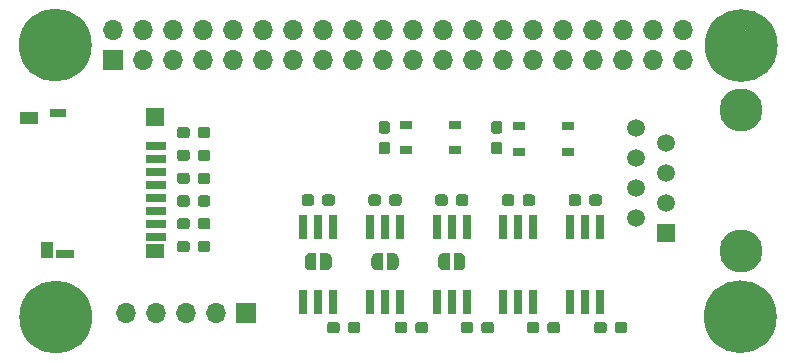
<source format=gts>
G04 #@! TF.GenerationSoftware,KiCad,Pcbnew,5.1.4*
G04 #@! TF.CreationDate,2019-09-05T15:24:29-04:00*
G04 #@! TF.ProjectId,ec-rpi-vid-prop,65632d72-7069-42d7-9669-642d70726f70,AA*
G04 #@! TF.SameCoordinates,Original*
G04 #@! TF.FileFunction,Soldermask,Top*
G04 #@! TF.FilePolarity,Negative*
%FSLAX46Y46*%
G04 Gerber Fmt 4.6, Leading zero omitted, Abs format (unit mm)*
G04 Created by KiCad (PCBNEW 5.1.4) date 2019-09-05 15:24:29*
%MOMM*%
%LPD*%
G04 APERTURE LIST*
%ADD10C,0.150000*%
%ADD11C,0.025400*%
%ADD12C,0.950000*%
%ADD13C,0.500000*%
%ADD14R,1.050000X0.650000*%
%ADD15R,1.550000X1.000000*%
%ADD16R,1.500000X1.500000*%
%ADD17R,1.750000X0.700000*%
%ADD18R,1.400000X0.800000*%
%ADD19R,1.000000X1.450000*%
%ADD20R,1.500000X0.800000*%
%ADD21R,1.500000X1.300000*%
%ADD22O,1.700000X1.700000*%
%ADD23R,1.700000X1.700000*%
%ADD24R,0.640000X2.000000*%
%ADD25C,3.650000*%
%ADD26C,1.500000*%
%ADD27C,2.750000*%
G04 APERTURE END LIST*
D10*
X163865746Y-119000000D02*
G75*
G03X163865746Y-119000000I-2865746J0D01*
G01*
X163000000Y-119000000D02*
G75*
G03X163000000Y-119000000I-2000000J0D01*
G01*
X163683282Y-119000000D02*
G75*
G03X163683282Y-119000000I-2683282J0D01*
G01*
X163903877Y-119000000D02*
G75*
G03X163903877Y-119000000I-2903877J0D01*
G01*
X163761340Y-119000000D02*
G75*
G03X163761340Y-119000000I-2761340J0D01*
G01*
X163611992Y-119000000D02*
G75*
G03X163611992Y-119000000I-2611992J0D01*
G01*
X163375921Y-119000000D02*
G75*
G03X163375921Y-119000000I-2375921J0D01*
G01*
X163252221Y-119000000D02*
G75*
G03X163252221Y-119000000I-2252221J0D01*
G01*
X163114829Y-119000000D02*
G75*
G03X163114829Y-119000000I-2114829J0D01*
G01*
X163150581Y-119000000D02*
G75*
G03X163150581Y-119000000I-2150581J0D01*
G01*
X162852701Y-119000000D02*
G75*
G03X162852701Y-119000000I-1852701J0D01*
G01*
X162752855Y-119000000D02*
G75*
G03X162752855Y-119000000I-1752855J0D01*
G01*
X162619413Y-119000000D02*
G75*
G03X162619413Y-119000000I-1619413J0D01*
G01*
X162422146Y-119000000D02*
G75*
G03X162422146Y-119000000I-1422146J0D01*
G01*
X162500000Y-119000000D02*
G75*
G03X162500000Y-119000000I-1500000J0D01*
G01*
X163000000Y-119000000D02*
G75*
G03X163000000Y-119000000I-2000000J0D01*
G01*
X163500000Y-119000000D02*
G75*
G03X163500000Y-119000000I-2500000J0D01*
G01*
X164000000Y-119000000D02*
G75*
G03X164000000Y-119000000I-3000000J0D01*
G01*
X105865746Y-96000000D02*
G75*
G03X105865746Y-96000000I-2865746J0D01*
G01*
X105000000Y-96000000D02*
G75*
G03X105000000Y-96000000I-2000000J0D01*
G01*
X105683282Y-96000000D02*
G75*
G03X105683282Y-96000000I-2683282J0D01*
G01*
X105903877Y-96000000D02*
G75*
G03X105903877Y-96000000I-2903877J0D01*
G01*
X105761340Y-96000000D02*
G75*
G03X105761340Y-96000000I-2761340J0D01*
G01*
X105611992Y-96000000D02*
G75*
G03X105611992Y-96000000I-2611992J0D01*
G01*
X105375921Y-96000000D02*
G75*
G03X105375921Y-96000000I-2375921J0D01*
G01*
X105252221Y-96000000D02*
G75*
G03X105252221Y-96000000I-2252221J0D01*
G01*
X105114829Y-96000000D02*
G75*
G03X105114829Y-96000000I-2114829J0D01*
G01*
X105150581Y-96000000D02*
G75*
G03X105150581Y-96000000I-2150581J0D01*
G01*
X104852701Y-96000000D02*
G75*
G03X104852701Y-96000000I-1852701J0D01*
G01*
X104752855Y-96000000D02*
G75*
G03X104752855Y-96000000I-1752855J0D01*
G01*
X104619413Y-96000000D02*
G75*
G03X104619413Y-96000000I-1619413J0D01*
G01*
X104422146Y-96000000D02*
G75*
G03X104422146Y-96000000I-1422146J0D01*
G01*
X104500000Y-96000000D02*
G75*
G03X104500000Y-96000000I-1500000J0D01*
G01*
X105000000Y-96000000D02*
G75*
G03X105000000Y-96000000I-2000000J0D01*
G01*
X105500000Y-96000000D02*
G75*
G03X105500000Y-96000000I-2500000J0D01*
G01*
X106000000Y-96000000D02*
G75*
G03X106000000Y-96000000I-3000000J0D01*
G01*
X163942726Y-96040520D02*
G75*
G03X163942726Y-96040520I-2865746J0D01*
G01*
X163076980Y-96040520D02*
G75*
G03X163076980Y-96040520I-2000000J0D01*
G01*
X163760262Y-96040520D02*
G75*
G03X163760262Y-96040520I-2683282J0D01*
G01*
X163980857Y-96040520D02*
G75*
G03X163980857Y-96040520I-2903877J0D01*
G01*
X163838320Y-96040520D02*
G75*
G03X163838320Y-96040520I-2761340J0D01*
G01*
X163688972Y-96040520D02*
G75*
G03X163688972Y-96040520I-2611992J0D01*
G01*
X163452901Y-96040520D02*
G75*
G03X163452901Y-96040520I-2375921J0D01*
G01*
X163329201Y-96040520D02*
G75*
G03X163329201Y-96040520I-2252221J0D01*
G01*
X163191809Y-96040520D02*
G75*
G03X163191809Y-96040520I-2114829J0D01*
G01*
X163227561Y-96040520D02*
G75*
G03X163227561Y-96040520I-2150581J0D01*
G01*
X162929681Y-96040520D02*
G75*
G03X162929681Y-96040520I-1852701J0D01*
G01*
X162829835Y-96040520D02*
G75*
G03X162829835Y-96040520I-1752855J0D01*
G01*
X162696393Y-96040520D02*
G75*
G03X162696393Y-96040520I-1619413J0D01*
G01*
X162499126Y-96040520D02*
G75*
G03X162499126Y-96040520I-1422146J0D01*
G01*
X162576980Y-96040520D02*
G75*
G03X162576980Y-96040520I-1500000J0D01*
G01*
X163076980Y-96040520D02*
G75*
G03X163076980Y-96040520I-2000000J0D01*
G01*
X163576980Y-96040520D02*
G75*
G03X163576980Y-96040520I-2500000J0D01*
G01*
X164076980Y-96040520D02*
G75*
G03X164076980Y-96040520I-3000000J0D01*
G01*
X105903726Y-119027520D02*
G75*
G03X105903726Y-119027520I-2865746J0D01*
G01*
X105037980Y-119027520D02*
G75*
G03X105037980Y-119027520I-2000000J0D01*
G01*
X105721262Y-119027520D02*
G75*
G03X105721262Y-119027520I-2683282J0D01*
G01*
X105941857Y-119027520D02*
G75*
G03X105941857Y-119027520I-2903877J0D01*
G01*
X105799320Y-119027520D02*
G75*
G03X105799320Y-119027520I-2761340J0D01*
G01*
X105649972Y-119027520D02*
G75*
G03X105649972Y-119027520I-2611992J0D01*
G01*
X105413901Y-119027520D02*
G75*
G03X105413901Y-119027520I-2375921J0D01*
G01*
X105290201Y-119027520D02*
G75*
G03X105290201Y-119027520I-2252221J0D01*
G01*
X105152809Y-119027520D02*
G75*
G03X105152809Y-119027520I-2114829J0D01*
G01*
X105188561Y-119027520D02*
G75*
G03X105188561Y-119027520I-2150581J0D01*
G01*
X104890681Y-119027520D02*
G75*
G03X104890681Y-119027520I-1852701J0D01*
G01*
X104790835Y-119027520D02*
G75*
G03X104790835Y-119027520I-1752855J0D01*
G01*
X104657393Y-119027520D02*
G75*
G03X104657393Y-119027520I-1619413J0D01*
G01*
X104460126Y-119027520D02*
G75*
G03X104460126Y-119027520I-1422146J0D01*
G01*
X104537980Y-119027520D02*
G75*
G03X104537980Y-119027520I-1500000J0D01*
G01*
X105037980Y-119027520D02*
G75*
G03X105037980Y-119027520I-2000000J0D01*
G01*
X105537980Y-119027520D02*
G75*
G03X105537980Y-119027520I-2500000J0D01*
G01*
X106037980Y-119027520D02*
G75*
G03X106037980Y-119027520I-3000000J0D01*
G01*
D11*
G36*
X134322759Y-119442664D02*
G01*
X134345814Y-119446083D01*
X134368423Y-119451747D01*
X134390367Y-119459599D01*
X134411437Y-119469564D01*
X134431428Y-119481546D01*
X134450148Y-119495430D01*
X134467418Y-119511082D01*
X134483070Y-119528352D01*
X134496954Y-119547072D01*
X134508936Y-119567063D01*
X134518901Y-119588133D01*
X134526753Y-119610077D01*
X134532417Y-119632686D01*
X134535836Y-119655741D01*
X134536980Y-119679020D01*
X134536980Y-120154020D01*
X134535836Y-120177299D01*
X134532417Y-120200354D01*
X134526753Y-120222963D01*
X134518901Y-120244907D01*
X134508936Y-120265977D01*
X134496954Y-120285968D01*
X134483070Y-120304688D01*
X134467418Y-120321958D01*
X134450148Y-120337610D01*
X134431428Y-120351494D01*
X134411437Y-120363476D01*
X134390367Y-120373441D01*
X134368423Y-120381293D01*
X134345814Y-120386957D01*
X134322759Y-120390376D01*
X134299480Y-120391520D01*
X133724480Y-120391520D01*
X133701201Y-120390376D01*
X133678146Y-120386957D01*
X133655537Y-120381293D01*
X133633593Y-120373441D01*
X133612523Y-120363476D01*
X133592532Y-120351494D01*
X133573812Y-120337610D01*
X133556542Y-120321958D01*
X133540890Y-120304688D01*
X133527006Y-120285968D01*
X133515024Y-120265977D01*
X133505059Y-120244907D01*
X133497207Y-120222963D01*
X133491543Y-120200354D01*
X133488124Y-120177299D01*
X133486980Y-120154020D01*
X133486980Y-119679020D01*
X133488124Y-119655741D01*
X133491543Y-119632686D01*
X133497207Y-119610077D01*
X133505059Y-119588133D01*
X133515024Y-119567063D01*
X133527006Y-119547072D01*
X133540890Y-119528352D01*
X133556542Y-119511082D01*
X133573812Y-119495430D01*
X133592532Y-119481546D01*
X133612523Y-119469564D01*
X133633593Y-119459599D01*
X133655537Y-119451747D01*
X133678146Y-119446083D01*
X133701201Y-119442664D01*
X133724480Y-119441520D01*
X134299480Y-119441520D01*
X134322759Y-119442664D01*
X134322759Y-119442664D01*
G37*
D12*
X134011980Y-119916520D03*
D11*
G36*
X132572759Y-119442664D02*
G01*
X132595814Y-119446083D01*
X132618423Y-119451747D01*
X132640367Y-119459599D01*
X132661437Y-119469564D01*
X132681428Y-119481546D01*
X132700148Y-119495430D01*
X132717418Y-119511082D01*
X132733070Y-119528352D01*
X132746954Y-119547072D01*
X132758936Y-119567063D01*
X132768901Y-119588133D01*
X132776753Y-119610077D01*
X132782417Y-119632686D01*
X132785836Y-119655741D01*
X132786980Y-119679020D01*
X132786980Y-120154020D01*
X132785836Y-120177299D01*
X132782417Y-120200354D01*
X132776753Y-120222963D01*
X132768901Y-120244907D01*
X132758936Y-120265977D01*
X132746954Y-120285968D01*
X132733070Y-120304688D01*
X132717418Y-120321958D01*
X132700148Y-120337610D01*
X132681428Y-120351494D01*
X132661437Y-120363476D01*
X132640367Y-120373441D01*
X132618423Y-120381293D01*
X132595814Y-120386957D01*
X132572759Y-120390376D01*
X132549480Y-120391520D01*
X131974480Y-120391520D01*
X131951201Y-120390376D01*
X131928146Y-120386957D01*
X131905537Y-120381293D01*
X131883593Y-120373441D01*
X131862523Y-120363476D01*
X131842532Y-120351494D01*
X131823812Y-120337610D01*
X131806542Y-120321958D01*
X131790890Y-120304688D01*
X131777006Y-120285968D01*
X131765024Y-120265977D01*
X131755059Y-120244907D01*
X131747207Y-120222963D01*
X131741543Y-120200354D01*
X131738124Y-120177299D01*
X131736980Y-120154020D01*
X131736980Y-119679020D01*
X131738124Y-119655741D01*
X131741543Y-119632686D01*
X131747207Y-119610077D01*
X131755059Y-119588133D01*
X131765024Y-119567063D01*
X131777006Y-119547072D01*
X131790890Y-119528352D01*
X131806542Y-119511082D01*
X131823812Y-119495430D01*
X131842532Y-119481546D01*
X131862523Y-119469564D01*
X131883593Y-119459599D01*
X131905537Y-119451747D01*
X131928146Y-119446083D01*
X131951201Y-119442664D01*
X131974480Y-119441520D01*
X132549480Y-119441520D01*
X132572759Y-119442664D01*
X132572759Y-119442664D01*
G37*
D12*
X132261980Y-119916520D03*
D11*
G36*
X145498759Y-119442664D02*
G01*
X145521814Y-119446083D01*
X145544423Y-119451747D01*
X145566367Y-119459599D01*
X145587437Y-119469564D01*
X145607428Y-119481546D01*
X145626148Y-119495430D01*
X145643418Y-119511082D01*
X145659070Y-119528352D01*
X145672954Y-119547072D01*
X145684936Y-119567063D01*
X145694901Y-119588133D01*
X145702753Y-119610077D01*
X145708417Y-119632686D01*
X145711836Y-119655741D01*
X145712980Y-119679020D01*
X145712980Y-120154020D01*
X145711836Y-120177299D01*
X145708417Y-120200354D01*
X145702753Y-120222963D01*
X145694901Y-120244907D01*
X145684936Y-120265977D01*
X145672954Y-120285968D01*
X145659070Y-120304688D01*
X145643418Y-120321958D01*
X145626148Y-120337610D01*
X145607428Y-120351494D01*
X145587437Y-120363476D01*
X145566367Y-120373441D01*
X145544423Y-120381293D01*
X145521814Y-120386957D01*
X145498759Y-120390376D01*
X145475480Y-120391520D01*
X144900480Y-120391520D01*
X144877201Y-120390376D01*
X144854146Y-120386957D01*
X144831537Y-120381293D01*
X144809593Y-120373441D01*
X144788523Y-120363476D01*
X144768532Y-120351494D01*
X144749812Y-120337610D01*
X144732542Y-120321958D01*
X144716890Y-120304688D01*
X144703006Y-120285968D01*
X144691024Y-120265977D01*
X144681059Y-120244907D01*
X144673207Y-120222963D01*
X144667543Y-120200354D01*
X144664124Y-120177299D01*
X144662980Y-120154020D01*
X144662980Y-119679020D01*
X144664124Y-119655741D01*
X144667543Y-119632686D01*
X144673207Y-119610077D01*
X144681059Y-119588133D01*
X144691024Y-119567063D01*
X144703006Y-119547072D01*
X144716890Y-119528352D01*
X144732542Y-119511082D01*
X144749812Y-119495430D01*
X144768532Y-119481546D01*
X144788523Y-119469564D01*
X144809593Y-119459599D01*
X144831537Y-119451747D01*
X144854146Y-119446083D01*
X144877201Y-119442664D01*
X144900480Y-119441520D01*
X145475480Y-119441520D01*
X145498759Y-119442664D01*
X145498759Y-119442664D01*
G37*
D12*
X145187980Y-119916520D03*
D11*
G36*
X143748759Y-119442664D02*
G01*
X143771814Y-119446083D01*
X143794423Y-119451747D01*
X143816367Y-119459599D01*
X143837437Y-119469564D01*
X143857428Y-119481546D01*
X143876148Y-119495430D01*
X143893418Y-119511082D01*
X143909070Y-119528352D01*
X143922954Y-119547072D01*
X143934936Y-119567063D01*
X143944901Y-119588133D01*
X143952753Y-119610077D01*
X143958417Y-119632686D01*
X143961836Y-119655741D01*
X143962980Y-119679020D01*
X143962980Y-120154020D01*
X143961836Y-120177299D01*
X143958417Y-120200354D01*
X143952753Y-120222963D01*
X143944901Y-120244907D01*
X143934936Y-120265977D01*
X143922954Y-120285968D01*
X143909070Y-120304688D01*
X143893418Y-120321958D01*
X143876148Y-120337610D01*
X143857428Y-120351494D01*
X143837437Y-120363476D01*
X143816367Y-120373441D01*
X143794423Y-120381293D01*
X143771814Y-120386957D01*
X143748759Y-120390376D01*
X143725480Y-120391520D01*
X143150480Y-120391520D01*
X143127201Y-120390376D01*
X143104146Y-120386957D01*
X143081537Y-120381293D01*
X143059593Y-120373441D01*
X143038523Y-120363476D01*
X143018532Y-120351494D01*
X142999812Y-120337610D01*
X142982542Y-120321958D01*
X142966890Y-120304688D01*
X142953006Y-120285968D01*
X142941024Y-120265977D01*
X142931059Y-120244907D01*
X142923207Y-120222963D01*
X142917543Y-120200354D01*
X142914124Y-120177299D01*
X142912980Y-120154020D01*
X142912980Y-119679020D01*
X142914124Y-119655741D01*
X142917543Y-119632686D01*
X142923207Y-119610077D01*
X142931059Y-119588133D01*
X142941024Y-119567063D01*
X142953006Y-119547072D01*
X142966890Y-119528352D01*
X142982542Y-119511082D01*
X142999812Y-119495430D01*
X143018532Y-119481546D01*
X143038523Y-119469564D01*
X143059593Y-119459599D01*
X143081537Y-119451747D01*
X143104146Y-119446083D01*
X143127201Y-119442664D01*
X143150480Y-119441520D01*
X143725480Y-119441520D01*
X143748759Y-119442664D01*
X143748759Y-119442664D01*
G37*
D12*
X143437980Y-119916520D03*
D13*
X124612980Y-114328520D03*
D11*
G36*
X125112980Y-115078520D02*
G01*
X124612980Y-115078520D01*
X124612980Y-115077918D01*
X124588446Y-115077918D01*
X124539615Y-115073108D01*
X124491490Y-115063536D01*
X124444535Y-115049292D01*
X124399202Y-115030515D01*
X124355929Y-115007384D01*
X124315130Y-114980124D01*
X124277201Y-114948996D01*
X124242504Y-114914299D01*
X124211376Y-114876370D01*
X124184116Y-114835571D01*
X124160985Y-114792298D01*
X124142208Y-114746965D01*
X124127964Y-114700010D01*
X124118392Y-114651885D01*
X124113582Y-114603054D01*
X124113582Y-114578520D01*
X124112980Y-114578520D01*
X124112980Y-114078520D01*
X124113582Y-114078520D01*
X124113582Y-114053986D01*
X124118392Y-114005155D01*
X124127964Y-113957030D01*
X124142208Y-113910075D01*
X124160985Y-113864742D01*
X124184116Y-113821469D01*
X124211376Y-113780670D01*
X124242504Y-113742741D01*
X124277201Y-113708044D01*
X124315130Y-113676916D01*
X124355929Y-113649656D01*
X124399202Y-113626525D01*
X124444535Y-113607748D01*
X124491490Y-113593504D01*
X124539615Y-113583932D01*
X124588446Y-113579122D01*
X124612980Y-113579122D01*
X124612980Y-113578520D01*
X125112980Y-113578520D01*
X125112980Y-115078520D01*
X125112980Y-115078520D01*
G37*
D13*
X125912980Y-114328520D03*
D11*
G36*
X125912980Y-113579122D02*
G01*
X125937514Y-113579122D01*
X125986345Y-113583932D01*
X126034470Y-113593504D01*
X126081425Y-113607748D01*
X126126758Y-113626525D01*
X126170031Y-113649656D01*
X126210830Y-113676916D01*
X126248759Y-113708044D01*
X126283456Y-113742741D01*
X126314584Y-113780670D01*
X126341844Y-113821469D01*
X126364975Y-113864742D01*
X126383752Y-113910075D01*
X126397996Y-113957030D01*
X126407568Y-114005155D01*
X126412378Y-114053986D01*
X126412378Y-114078520D01*
X126412980Y-114078520D01*
X126412980Y-114578520D01*
X126412378Y-114578520D01*
X126412378Y-114603054D01*
X126407568Y-114651885D01*
X126397996Y-114700010D01*
X126383752Y-114746965D01*
X126364975Y-114792298D01*
X126341844Y-114835571D01*
X126314584Y-114876370D01*
X126283456Y-114914299D01*
X126248759Y-114948996D01*
X126210830Y-114980124D01*
X126170031Y-115007384D01*
X126126758Y-115030515D01*
X126081425Y-115049292D01*
X126034470Y-115063536D01*
X125986345Y-115073108D01*
X125937514Y-115077918D01*
X125912980Y-115077918D01*
X125912980Y-115078520D01*
X125412980Y-115078520D01*
X125412980Y-113578520D01*
X125912980Y-113578520D01*
X125912980Y-113579122D01*
X125912980Y-113579122D01*
G37*
G36*
X114157759Y-108723864D02*
G01*
X114180814Y-108727283D01*
X114203423Y-108732947D01*
X114225367Y-108740799D01*
X114246437Y-108750764D01*
X114266428Y-108762746D01*
X114285148Y-108776630D01*
X114302418Y-108792282D01*
X114318070Y-108809552D01*
X114331954Y-108828272D01*
X114343936Y-108848263D01*
X114353901Y-108869333D01*
X114361753Y-108891277D01*
X114367417Y-108913886D01*
X114370836Y-108936941D01*
X114371980Y-108960220D01*
X114371980Y-109435220D01*
X114370836Y-109458499D01*
X114367417Y-109481554D01*
X114361753Y-109504163D01*
X114353901Y-109526107D01*
X114343936Y-109547177D01*
X114331954Y-109567168D01*
X114318070Y-109585888D01*
X114302418Y-109603158D01*
X114285148Y-109618810D01*
X114266428Y-109632694D01*
X114246437Y-109644676D01*
X114225367Y-109654641D01*
X114203423Y-109662493D01*
X114180814Y-109668157D01*
X114157759Y-109671576D01*
X114134480Y-109672720D01*
X113559480Y-109672720D01*
X113536201Y-109671576D01*
X113513146Y-109668157D01*
X113490537Y-109662493D01*
X113468593Y-109654641D01*
X113447523Y-109644676D01*
X113427532Y-109632694D01*
X113408812Y-109618810D01*
X113391542Y-109603158D01*
X113375890Y-109585888D01*
X113362006Y-109567168D01*
X113350024Y-109547177D01*
X113340059Y-109526107D01*
X113332207Y-109504163D01*
X113326543Y-109481554D01*
X113323124Y-109458499D01*
X113321980Y-109435220D01*
X113321980Y-108960220D01*
X113323124Y-108936941D01*
X113326543Y-108913886D01*
X113332207Y-108891277D01*
X113340059Y-108869333D01*
X113350024Y-108848263D01*
X113362006Y-108828272D01*
X113375890Y-108809552D01*
X113391542Y-108792282D01*
X113408812Y-108776630D01*
X113427532Y-108762746D01*
X113447523Y-108750764D01*
X113468593Y-108740799D01*
X113490537Y-108732947D01*
X113513146Y-108727283D01*
X113536201Y-108723864D01*
X113559480Y-108722720D01*
X114134480Y-108722720D01*
X114157759Y-108723864D01*
X114157759Y-108723864D01*
G37*
D12*
X113846980Y-109197720D03*
D11*
G36*
X115907759Y-108723864D02*
G01*
X115930814Y-108727283D01*
X115953423Y-108732947D01*
X115975367Y-108740799D01*
X115996437Y-108750764D01*
X116016428Y-108762746D01*
X116035148Y-108776630D01*
X116052418Y-108792282D01*
X116068070Y-108809552D01*
X116081954Y-108828272D01*
X116093936Y-108848263D01*
X116103901Y-108869333D01*
X116111753Y-108891277D01*
X116117417Y-108913886D01*
X116120836Y-108936941D01*
X116121980Y-108960220D01*
X116121980Y-109435220D01*
X116120836Y-109458499D01*
X116117417Y-109481554D01*
X116111753Y-109504163D01*
X116103901Y-109526107D01*
X116093936Y-109547177D01*
X116081954Y-109567168D01*
X116068070Y-109585888D01*
X116052418Y-109603158D01*
X116035148Y-109618810D01*
X116016428Y-109632694D01*
X115996437Y-109644676D01*
X115975367Y-109654641D01*
X115953423Y-109662493D01*
X115930814Y-109668157D01*
X115907759Y-109671576D01*
X115884480Y-109672720D01*
X115309480Y-109672720D01*
X115286201Y-109671576D01*
X115263146Y-109668157D01*
X115240537Y-109662493D01*
X115218593Y-109654641D01*
X115197523Y-109644676D01*
X115177532Y-109632694D01*
X115158812Y-109618810D01*
X115141542Y-109603158D01*
X115125890Y-109585888D01*
X115112006Y-109567168D01*
X115100024Y-109547177D01*
X115090059Y-109526107D01*
X115082207Y-109504163D01*
X115076543Y-109481554D01*
X115073124Y-109458499D01*
X115071980Y-109435220D01*
X115071980Y-108960220D01*
X115073124Y-108936941D01*
X115076543Y-108913886D01*
X115082207Y-108891277D01*
X115090059Y-108869333D01*
X115100024Y-108848263D01*
X115112006Y-108828272D01*
X115125890Y-108809552D01*
X115141542Y-108792282D01*
X115158812Y-108776630D01*
X115177532Y-108762746D01*
X115197523Y-108750764D01*
X115218593Y-108740799D01*
X115240537Y-108732947D01*
X115263146Y-108727283D01*
X115286201Y-108723864D01*
X115309480Y-108722720D01*
X115884480Y-108722720D01*
X115907759Y-108723864D01*
X115907759Y-108723864D01*
G37*
D12*
X115596980Y-109197720D03*
D14*
X136862980Y-104913320D03*
X132712980Y-104913320D03*
X136862980Y-102763320D03*
X132712980Y-102763320D03*
X146387980Y-105040320D03*
X142237980Y-105040320D03*
X146387980Y-102890320D03*
X142237980Y-102890320D03*
D11*
G36*
X114157759Y-112584664D02*
G01*
X114180814Y-112588083D01*
X114203423Y-112593747D01*
X114225367Y-112601599D01*
X114246437Y-112611564D01*
X114266428Y-112623546D01*
X114285148Y-112637430D01*
X114302418Y-112653082D01*
X114318070Y-112670352D01*
X114331954Y-112689072D01*
X114343936Y-112709063D01*
X114353901Y-112730133D01*
X114361753Y-112752077D01*
X114367417Y-112774686D01*
X114370836Y-112797741D01*
X114371980Y-112821020D01*
X114371980Y-113296020D01*
X114370836Y-113319299D01*
X114367417Y-113342354D01*
X114361753Y-113364963D01*
X114353901Y-113386907D01*
X114343936Y-113407977D01*
X114331954Y-113427968D01*
X114318070Y-113446688D01*
X114302418Y-113463958D01*
X114285148Y-113479610D01*
X114266428Y-113493494D01*
X114246437Y-113505476D01*
X114225367Y-113515441D01*
X114203423Y-113523293D01*
X114180814Y-113528957D01*
X114157759Y-113532376D01*
X114134480Y-113533520D01*
X113559480Y-113533520D01*
X113536201Y-113532376D01*
X113513146Y-113528957D01*
X113490537Y-113523293D01*
X113468593Y-113515441D01*
X113447523Y-113505476D01*
X113427532Y-113493494D01*
X113408812Y-113479610D01*
X113391542Y-113463958D01*
X113375890Y-113446688D01*
X113362006Y-113427968D01*
X113350024Y-113407977D01*
X113340059Y-113386907D01*
X113332207Y-113364963D01*
X113326543Y-113342354D01*
X113323124Y-113319299D01*
X113321980Y-113296020D01*
X113321980Y-112821020D01*
X113323124Y-112797741D01*
X113326543Y-112774686D01*
X113332207Y-112752077D01*
X113340059Y-112730133D01*
X113350024Y-112709063D01*
X113362006Y-112689072D01*
X113375890Y-112670352D01*
X113391542Y-112653082D01*
X113408812Y-112637430D01*
X113427532Y-112623546D01*
X113447523Y-112611564D01*
X113468593Y-112601599D01*
X113490537Y-112593747D01*
X113513146Y-112588083D01*
X113536201Y-112584664D01*
X113559480Y-112583520D01*
X114134480Y-112583520D01*
X114157759Y-112584664D01*
X114157759Y-112584664D01*
G37*
D12*
X113846980Y-113058520D03*
D11*
G36*
X115907759Y-112584664D02*
G01*
X115930814Y-112588083D01*
X115953423Y-112593747D01*
X115975367Y-112601599D01*
X115996437Y-112611564D01*
X116016428Y-112623546D01*
X116035148Y-112637430D01*
X116052418Y-112653082D01*
X116068070Y-112670352D01*
X116081954Y-112689072D01*
X116093936Y-112709063D01*
X116103901Y-112730133D01*
X116111753Y-112752077D01*
X116117417Y-112774686D01*
X116120836Y-112797741D01*
X116121980Y-112821020D01*
X116121980Y-113296020D01*
X116120836Y-113319299D01*
X116117417Y-113342354D01*
X116111753Y-113364963D01*
X116103901Y-113386907D01*
X116093936Y-113407977D01*
X116081954Y-113427968D01*
X116068070Y-113446688D01*
X116052418Y-113463958D01*
X116035148Y-113479610D01*
X116016428Y-113493494D01*
X115996437Y-113505476D01*
X115975367Y-113515441D01*
X115953423Y-113523293D01*
X115930814Y-113528957D01*
X115907759Y-113532376D01*
X115884480Y-113533520D01*
X115309480Y-113533520D01*
X115286201Y-113532376D01*
X115263146Y-113528957D01*
X115240537Y-113523293D01*
X115218593Y-113515441D01*
X115197523Y-113505476D01*
X115177532Y-113493494D01*
X115158812Y-113479610D01*
X115141542Y-113463958D01*
X115125890Y-113446688D01*
X115112006Y-113427968D01*
X115100024Y-113407977D01*
X115090059Y-113386907D01*
X115082207Y-113364963D01*
X115076543Y-113342354D01*
X115073124Y-113319299D01*
X115071980Y-113296020D01*
X115071980Y-112821020D01*
X115073124Y-112797741D01*
X115076543Y-112774686D01*
X115082207Y-112752077D01*
X115090059Y-112730133D01*
X115100024Y-112709063D01*
X115112006Y-112689072D01*
X115125890Y-112670352D01*
X115141542Y-112653082D01*
X115158812Y-112637430D01*
X115177532Y-112623546D01*
X115197523Y-112611564D01*
X115218593Y-112601599D01*
X115240537Y-112593747D01*
X115263146Y-112588083D01*
X115286201Y-112584664D01*
X115309480Y-112583520D01*
X115884480Y-112583520D01*
X115907759Y-112584664D01*
X115907759Y-112584664D01*
G37*
D12*
X115596980Y-113058520D03*
D11*
G36*
X114157759Y-110654264D02*
G01*
X114180814Y-110657683D01*
X114203423Y-110663347D01*
X114225367Y-110671199D01*
X114246437Y-110681164D01*
X114266428Y-110693146D01*
X114285148Y-110707030D01*
X114302418Y-110722682D01*
X114318070Y-110739952D01*
X114331954Y-110758672D01*
X114343936Y-110778663D01*
X114353901Y-110799733D01*
X114361753Y-110821677D01*
X114367417Y-110844286D01*
X114370836Y-110867341D01*
X114371980Y-110890620D01*
X114371980Y-111365620D01*
X114370836Y-111388899D01*
X114367417Y-111411954D01*
X114361753Y-111434563D01*
X114353901Y-111456507D01*
X114343936Y-111477577D01*
X114331954Y-111497568D01*
X114318070Y-111516288D01*
X114302418Y-111533558D01*
X114285148Y-111549210D01*
X114266428Y-111563094D01*
X114246437Y-111575076D01*
X114225367Y-111585041D01*
X114203423Y-111592893D01*
X114180814Y-111598557D01*
X114157759Y-111601976D01*
X114134480Y-111603120D01*
X113559480Y-111603120D01*
X113536201Y-111601976D01*
X113513146Y-111598557D01*
X113490537Y-111592893D01*
X113468593Y-111585041D01*
X113447523Y-111575076D01*
X113427532Y-111563094D01*
X113408812Y-111549210D01*
X113391542Y-111533558D01*
X113375890Y-111516288D01*
X113362006Y-111497568D01*
X113350024Y-111477577D01*
X113340059Y-111456507D01*
X113332207Y-111434563D01*
X113326543Y-111411954D01*
X113323124Y-111388899D01*
X113321980Y-111365620D01*
X113321980Y-110890620D01*
X113323124Y-110867341D01*
X113326543Y-110844286D01*
X113332207Y-110821677D01*
X113340059Y-110799733D01*
X113350024Y-110778663D01*
X113362006Y-110758672D01*
X113375890Y-110739952D01*
X113391542Y-110722682D01*
X113408812Y-110707030D01*
X113427532Y-110693146D01*
X113447523Y-110681164D01*
X113468593Y-110671199D01*
X113490537Y-110663347D01*
X113513146Y-110657683D01*
X113536201Y-110654264D01*
X113559480Y-110653120D01*
X114134480Y-110653120D01*
X114157759Y-110654264D01*
X114157759Y-110654264D01*
G37*
D12*
X113846980Y-111128120D03*
D11*
G36*
X115907759Y-110654264D02*
G01*
X115930814Y-110657683D01*
X115953423Y-110663347D01*
X115975367Y-110671199D01*
X115996437Y-110681164D01*
X116016428Y-110693146D01*
X116035148Y-110707030D01*
X116052418Y-110722682D01*
X116068070Y-110739952D01*
X116081954Y-110758672D01*
X116093936Y-110778663D01*
X116103901Y-110799733D01*
X116111753Y-110821677D01*
X116117417Y-110844286D01*
X116120836Y-110867341D01*
X116121980Y-110890620D01*
X116121980Y-111365620D01*
X116120836Y-111388899D01*
X116117417Y-111411954D01*
X116111753Y-111434563D01*
X116103901Y-111456507D01*
X116093936Y-111477577D01*
X116081954Y-111497568D01*
X116068070Y-111516288D01*
X116052418Y-111533558D01*
X116035148Y-111549210D01*
X116016428Y-111563094D01*
X115996437Y-111575076D01*
X115975367Y-111585041D01*
X115953423Y-111592893D01*
X115930814Y-111598557D01*
X115907759Y-111601976D01*
X115884480Y-111603120D01*
X115309480Y-111603120D01*
X115286201Y-111601976D01*
X115263146Y-111598557D01*
X115240537Y-111592893D01*
X115218593Y-111585041D01*
X115197523Y-111575076D01*
X115177532Y-111563094D01*
X115158812Y-111549210D01*
X115141542Y-111533558D01*
X115125890Y-111516288D01*
X115112006Y-111497568D01*
X115100024Y-111477577D01*
X115090059Y-111456507D01*
X115082207Y-111434563D01*
X115076543Y-111411954D01*
X115073124Y-111388899D01*
X115071980Y-111365620D01*
X115071980Y-110890620D01*
X115073124Y-110867341D01*
X115076543Y-110844286D01*
X115082207Y-110821677D01*
X115090059Y-110799733D01*
X115100024Y-110778663D01*
X115112006Y-110758672D01*
X115125890Y-110739952D01*
X115141542Y-110722682D01*
X115158812Y-110707030D01*
X115177532Y-110693146D01*
X115197523Y-110681164D01*
X115218593Y-110671199D01*
X115240537Y-110663347D01*
X115263146Y-110657683D01*
X115286201Y-110654264D01*
X115309480Y-110653120D01*
X115884480Y-110653120D01*
X115907759Y-110654264D01*
X115907759Y-110654264D01*
G37*
D12*
X115596980Y-111128120D03*
D11*
G36*
X114157759Y-106793464D02*
G01*
X114180814Y-106796883D01*
X114203423Y-106802547D01*
X114225367Y-106810399D01*
X114246437Y-106820364D01*
X114266428Y-106832346D01*
X114285148Y-106846230D01*
X114302418Y-106861882D01*
X114318070Y-106879152D01*
X114331954Y-106897872D01*
X114343936Y-106917863D01*
X114353901Y-106938933D01*
X114361753Y-106960877D01*
X114367417Y-106983486D01*
X114370836Y-107006541D01*
X114371980Y-107029820D01*
X114371980Y-107504820D01*
X114370836Y-107528099D01*
X114367417Y-107551154D01*
X114361753Y-107573763D01*
X114353901Y-107595707D01*
X114343936Y-107616777D01*
X114331954Y-107636768D01*
X114318070Y-107655488D01*
X114302418Y-107672758D01*
X114285148Y-107688410D01*
X114266428Y-107702294D01*
X114246437Y-107714276D01*
X114225367Y-107724241D01*
X114203423Y-107732093D01*
X114180814Y-107737757D01*
X114157759Y-107741176D01*
X114134480Y-107742320D01*
X113559480Y-107742320D01*
X113536201Y-107741176D01*
X113513146Y-107737757D01*
X113490537Y-107732093D01*
X113468593Y-107724241D01*
X113447523Y-107714276D01*
X113427532Y-107702294D01*
X113408812Y-107688410D01*
X113391542Y-107672758D01*
X113375890Y-107655488D01*
X113362006Y-107636768D01*
X113350024Y-107616777D01*
X113340059Y-107595707D01*
X113332207Y-107573763D01*
X113326543Y-107551154D01*
X113323124Y-107528099D01*
X113321980Y-107504820D01*
X113321980Y-107029820D01*
X113323124Y-107006541D01*
X113326543Y-106983486D01*
X113332207Y-106960877D01*
X113340059Y-106938933D01*
X113350024Y-106917863D01*
X113362006Y-106897872D01*
X113375890Y-106879152D01*
X113391542Y-106861882D01*
X113408812Y-106846230D01*
X113427532Y-106832346D01*
X113447523Y-106820364D01*
X113468593Y-106810399D01*
X113490537Y-106802547D01*
X113513146Y-106796883D01*
X113536201Y-106793464D01*
X113559480Y-106792320D01*
X114134480Y-106792320D01*
X114157759Y-106793464D01*
X114157759Y-106793464D01*
G37*
D12*
X113846980Y-107267320D03*
D11*
G36*
X115907759Y-106793464D02*
G01*
X115930814Y-106796883D01*
X115953423Y-106802547D01*
X115975367Y-106810399D01*
X115996437Y-106820364D01*
X116016428Y-106832346D01*
X116035148Y-106846230D01*
X116052418Y-106861882D01*
X116068070Y-106879152D01*
X116081954Y-106897872D01*
X116093936Y-106917863D01*
X116103901Y-106938933D01*
X116111753Y-106960877D01*
X116117417Y-106983486D01*
X116120836Y-107006541D01*
X116121980Y-107029820D01*
X116121980Y-107504820D01*
X116120836Y-107528099D01*
X116117417Y-107551154D01*
X116111753Y-107573763D01*
X116103901Y-107595707D01*
X116093936Y-107616777D01*
X116081954Y-107636768D01*
X116068070Y-107655488D01*
X116052418Y-107672758D01*
X116035148Y-107688410D01*
X116016428Y-107702294D01*
X115996437Y-107714276D01*
X115975367Y-107724241D01*
X115953423Y-107732093D01*
X115930814Y-107737757D01*
X115907759Y-107741176D01*
X115884480Y-107742320D01*
X115309480Y-107742320D01*
X115286201Y-107741176D01*
X115263146Y-107737757D01*
X115240537Y-107732093D01*
X115218593Y-107724241D01*
X115197523Y-107714276D01*
X115177532Y-107702294D01*
X115158812Y-107688410D01*
X115141542Y-107672758D01*
X115125890Y-107655488D01*
X115112006Y-107636768D01*
X115100024Y-107616777D01*
X115090059Y-107595707D01*
X115082207Y-107573763D01*
X115076543Y-107551154D01*
X115073124Y-107528099D01*
X115071980Y-107504820D01*
X115071980Y-107029820D01*
X115073124Y-107006541D01*
X115076543Y-106983486D01*
X115082207Y-106960877D01*
X115090059Y-106938933D01*
X115100024Y-106917863D01*
X115112006Y-106897872D01*
X115125890Y-106879152D01*
X115141542Y-106861882D01*
X115158812Y-106846230D01*
X115177532Y-106832346D01*
X115197523Y-106820364D01*
X115218593Y-106810399D01*
X115240537Y-106802547D01*
X115263146Y-106796883D01*
X115286201Y-106793464D01*
X115309480Y-106792320D01*
X115884480Y-106792320D01*
X115907759Y-106793464D01*
X115907759Y-106793464D01*
G37*
D12*
X115596980Y-107267320D03*
D11*
G36*
X114157759Y-104863064D02*
G01*
X114180814Y-104866483D01*
X114203423Y-104872147D01*
X114225367Y-104879999D01*
X114246437Y-104889964D01*
X114266428Y-104901946D01*
X114285148Y-104915830D01*
X114302418Y-104931482D01*
X114318070Y-104948752D01*
X114331954Y-104967472D01*
X114343936Y-104987463D01*
X114353901Y-105008533D01*
X114361753Y-105030477D01*
X114367417Y-105053086D01*
X114370836Y-105076141D01*
X114371980Y-105099420D01*
X114371980Y-105574420D01*
X114370836Y-105597699D01*
X114367417Y-105620754D01*
X114361753Y-105643363D01*
X114353901Y-105665307D01*
X114343936Y-105686377D01*
X114331954Y-105706368D01*
X114318070Y-105725088D01*
X114302418Y-105742358D01*
X114285148Y-105758010D01*
X114266428Y-105771894D01*
X114246437Y-105783876D01*
X114225367Y-105793841D01*
X114203423Y-105801693D01*
X114180814Y-105807357D01*
X114157759Y-105810776D01*
X114134480Y-105811920D01*
X113559480Y-105811920D01*
X113536201Y-105810776D01*
X113513146Y-105807357D01*
X113490537Y-105801693D01*
X113468593Y-105793841D01*
X113447523Y-105783876D01*
X113427532Y-105771894D01*
X113408812Y-105758010D01*
X113391542Y-105742358D01*
X113375890Y-105725088D01*
X113362006Y-105706368D01*
X113350024Y-105686377D01*
X113340059Y-105665307D01*
X113332207Y-105643363D01*
X113326543Y-105620754D01*
X113323124Y-105597699D01*
X113321980Y-105574420D01*
X113321980Y-105099420D01*
X113323124Y-105076141D01*
X113326543Y-105053086D01*
X113332207Y-105030477D01*
X113340059Y-105008533D01*
X113350024Y-104987463D01*
X113362006Y-104967472D01*
X113375890Y-104948752D01*
X113391542Y-104931482D01*
X113408812Y-104915830D01*
X113427532Y-104901946D01*
X113447523Y-104889964D01*
X113468593Y-104879999D01*
X113490537Y-104872147D01*
X113513146Y-104866483D01*
X113536201Y-104863064D01*
X113559480Y-104861920D01*
X114134480Y-104861920D01*
X114157759Y-104863064D01*
X114157759Y-104863064D01*
G37*
D12*
X113846980Y-105336920D03*
D11*
G36*
X115907759Y-104863064D02*
G01*
X115930814Y-104866483D01*
X115953423Y-104872147D01*
X115975367Y-104879999D01*
X115996437Y-104889964D01*
X116016428Y-104901946D01*
X116035148Y-104915830D01*
X116052418Y-104931482D01*
X116068070Y-104948752D01*
X116081954Y-104967472D01*
X116093936Y-104987463D01*
X116103901Y-105008533D01*
X116111753Y-105030477D01*
X116117417Y-105053086D01*
X116120836Y-105076141D01*
X116121980Y-105099420D01*
X116121980Y-105574420D01*
X116120836Y-105597699D01*
X116117417Y-105620754D01*
X116111753Y-105643363D01*
X116103901Y-105665307D01*
X116093936Y-105686377D01*
X116081954Y-105706368D01*
X116068070Y-105725088D01*
X116052418Y-105742358D01*
X116035148Y-105758010D01*
X116016428Y-105771894D01*
X115996437Y-105783876D01*
X115975367Y-105793841D01*
X115953423Y-105801693D01*
X115930814Y-105807357D01*
X115907759Y-105810776D01*
X115884480Y-105811920D01*
X115309480Y-105811920D01*
X115286201Y-105810776D01*
X115263146Y-105807357D01*
X115240537Y-105801693D01*
X115218593Y-105793841D01*
X115197523Y-105783876D01*
X115177532Y-105771894D01*
X115158812Y-105758010D01*
X115141542Y-105742358D01*
X115125890Y-105725088D01*
X115112006Y-105706368D01*
X115100024Y-105686377D01*
X115090059Y-105665307D01*
X115082207Y-105643363D01*
X115076543Y-105620754D01*
X115073124Y-105597699D01*
X115071980Y-105574420D01*
X115071980Y-105099420D01*
X115073124Y-105076141D01*
X115076543Y-105053086D01*
X115082207Y-105030477D01*
X115090059Y-105008533D01*
X115100024Y-104987463D01*
X115112006Y-104967472D01*
X115125890Y-104948752D01*
X115141542Y-104931482D01*
X115158812Y-104915830D01*
X115177532Y-104901946D01*
X115197523Y-104889964D01*
X115218593Y-104879999D01*
X115240537Y-104872147D01*
X115263146Y-104866483D01*
X115286201Y-104863064D01*
X115309480Y-104861920D01*
X115884480Y-104861920D01*
X115907759Y-104863064D01*
X115907759Y-104863064D01*
G37*
D12*
X115596980Y-105336920D03*
D11*
G36*
X114157759Y-102932664D02*
G01*
X114180814Y-102936083D01*
X114203423Y-102941747D01*
X114225367Y-102949599D01*
X114246437Y-102959564D01*
X114266428Y-102971546D01*
X114285148Y-102985430D01*
X114302418Y-103001082D01*
X114318070Y-103018352D01*
X114331954Y-103037072D01*
X114343936Y-103057063D01*
X114353901Y-103078133D01*
X114361753Y-103100077D01*
X114367417Y-103122686D01*
X114370836Y-103145741D01*
X114371980Y-103169020D01*
X114371980Y-103644020D01*
X114370836Y-103667299D01*
X114367417Y-103690354D01*
X114361753Y-103712963D01*
X114353901Y-103734907D01*
X114343936Y-103755977D01*
X114331954Y-103775968D01*
X114318070Y-103794688D01*
X114302418Y-103811958D01*
X114285148Y-103827610D01*
X114266428Y-103841494D01*
X114246437Y-103853476D01*
X114225367Y-103863441D01*
X114203423Y-103871293D01*
X114180814Y-103876957D01*
X114157759Y-103880376D01*
X114134480Y-103881520D01*
X113559480Y-103881520D01*
X113536201Y-103880376D01*
X113513146Y-103876957D01*
X113490537Y-103871293D01*
X113468593Y-103863441D01*
X113447523Y-103853476D01*
X113427532Y-103841494D01*
X113408812Y-103827610D01*
X113391542Y-103811958D01*
X113375890Y-103794688D01*
X113362006Y-103775968D01*
X113350024Y-103755977D01*
X113340059Y-103734907D01*
X113332207Y-103712963D01*
X113326543Y-103690354D01*
X113323124Y-103667299D01*
X113321980Y-103644020D01*
X113321980Y-103169020D01*
X113323124Y-103145741D01*
X113326543Y-103122686D01*
X113332207Y-103100077D01*
X113340059Y-103078133D01*
X113350024Y-103057063D01*
X113362006Y-103037072D01*
X113375890Y-103018352D01*
X113391542Y-103001082D01*
X113408812Y-102985430D01*
X113427532Y-102971546D01*
X113447523Y-102959564D01*
X113468593Y-102949599D01*
X113490537Y-102941747D01*
X113513146Y-102936083D01*
X113536201Y-102932664D01*
X113559480Y-102931520D01*
X114134480Y-102931520D01*
X114157759Y-102932664D01*
X114157759Y-102932664D01*
G37*
D12*
X113846980Y-103406520D03*
D11*
G36*
X115907759Y-102932664D02*
G01*
X115930814Y-102936083D01*
X115953423Y-102941747D01*
X115975367Y-102949599D01*
X115996437Y-102959564D01*
X116016428Y-102971546D01*
X116035148Y-102985430D01*
X116052418Y-103001082D01*
X116068070Y-103018352D01*
X116081954Y-103037072D01*
X116093936Y-103057063D01*
X116103901Y-103078133D01*
X116111753Y-103100077D01*
X116117417Y-103122686D01*
X116120836Y-103145741D01*
X116121980Y-103169020D01*
X116121980Y-103644020D01*
X116120836Y-103667299D01*
X116117417Y-103690354D01*
X116111753Y-103712963D01*
X116103901Y-103734907D01*
X116093936Y-103755977D01*
X116081954Y-103775968D01*
X116068070Y-103794688D01*
X116052418Y-103811958D01*
X116035148Y-103827610D01*
X116016428Y-103841494D01*
X115996437Y-103853476D01*
X115975367Y-103863441D01*
X115953423Y-103871293D01*
X115930814Y-103876957D01*
X115907759Y-103880376D01*
X115884480Y-103881520D01*
X115309480Y-103881520D01*
X115286201Y-103880376D01*
X115263146Y-103876957D01*
X115240537Y-103871293D01*
X115218593Y-103863441D01*
X115197523Y-103853476D01*
X115177532Y-103841494D01*
X115158812Y-103827610D01*
X115141542Y-103811958D01*
X115125890Y-103794688D01*
X115112006Y-103775968D01*
X115100024Y-103755977D01*
X115090059Y-103734907D01*
X115082207Y-103712963D01*
X115076543Y-103690354D01*
X115073124Y-103667299D01*
X115071980Y-103644020D01*
X115071980Y-103169020D01*
X115073124Y-103145741D01*
X115076543Y-103122686D01*
X115082207Y-103100077D01*
X115090059Y-103078133D01*
X115100024Y-103057063D01*
X115112006Y-103037072D01*
X115125890Y-103018352D01*
X115141542Y-103001082D01*
X115158812Y-102985430D01*
X115177532Y-102971546D01*
X115197523Y-102959564D01*
X115218593Y-102949599D01*
X115240537Y-102941747D01*
X115263146Y-102936083D01*
X115286201Y-102932664D01*
X115309480Y-102931520D01*
X115884480Y-102931520D01*
X115907759Y-102932664D01*
X115907759Y-102932664D01*
G37*
D12*
X115596980Y-103406520D03*
D15*
X100762980Y-102149520D03*
D16*
X111437980Y-102099520D03*
D17*
X111562980Y-104549520D03*
X111562980Y-105649520D03*
X111562980Y-106749520D03*
X111562980Y-107849520D03*
X111562980Y-108949520D03*
X111562980Y-110049520D03*
X111562980Y-111149520D03*
D18*
X103187980Y-101749520D03*
D19*
X102337980Y-113374520D03*
D20*
X103837980Y-113699520D03*
D21*
X111437980Y-113449520D03*
D17*
X111562980Y-112249520D03*
D22*
X109006980Y-118646520D03*
X111546980Y-118646520D03*
X114086980Y-118646520D03*
X116626980Y-118646520D03*
D23*
X119166980Y-118646520D03*
D24*
X140947480Y-111432520D03*
X142217480Y-111432520D03*
X143487480Y-111432520D03*
X143487480Y-117732520D03*
X142217480Y-117732520D03*
X140947480Y-117732520D03*
D25*
X161076980Y-101535520D03*
X161076980Y-113405520D03*
D16*
X154726980Y-111915520D03*
D26*
X152186980Y-110645520D03*
X154726980Y-109375520D03*
X152186980Y-108105520D03*
X154726980Y-106835520D03*
X152186980Y-105565520D03*
X154726980Y-104295520D03*
X152186980Y-103025520D03*
D23*
X107870000Y-97270000D03*
D22*
X107870000Y-94730000D03*
X110410000Y-97270000D03*
X110410000Y-94730000D03*
X112950000Y-97270000D03*
X112950000Y-94730000D03*
X115490000Y-97270000D03*
X115490000Y-94730000D03*
X118030000Y-97270000D03*
X118030000Y-94730000D03*
X120570000Y-97270000D03*
X120570000Y-94730000D03*
X123110000Y-97270000D03*
X123110000Y-94730000D03*
X125650000Y-97270000D03*
X125650000Y-94730000D03*
X128190000Y-97270000D03*
X128190000Y-94730000D03*
X130730000Y-97270000D03*
X130730000Y-94730000D03*
X133270000Y-97270000D03*
X133270000Y-94730000D03*
X135810000Y-97270000D03*
X135810000Y-94730000D03*
X138350000Y-97270000D03*
X138350000Y-94730000D03*
X140890000Y-97270000D03*
X140890000Y-94730000D03*
X143430000Y-97270000D03*
X143430000Y-94730000D03*
X145970000Y-97270000D03*
X145970000Y-94730000D03*
X148510000Y-97270000D03*
X148510000Y-94730000D03*
X151050000Y-97270000D03*
X151050000Y-94730000D03*
X153590000Y-97270000D03*
X153590000Y-94730000D03*
X156130000Y-97270000D03*
X156130000Y-94730000D03*
D27*
X161000000Y-119000000D03*
X103000000Y-96000000D03*
X161076980Y-96040520D03*
D11*
G36*
X137751759Y-108647664D02*
G01*
X137774814Y-108651083D01*
X137797423Y-108656747D01*
X137819367Y-108664599D01*
X137840437Y-108674564D01*
X137860428Y-108686546D01*
X137879148Y-108700430D01*
X137896418Y-108716082D01*
X137912070Y-108733352D01*
X137925954Y-108752072D01*
X137937936Y-108772063D01*
X137947901Y-108793133D01*
X137955753Y-108815077D01*
X137961417Y-108837686D01*
X137964836Y-108860741D01*
X137965980Y-108884020D01*
X137965980Y-109359020D01*
X137964836Y-109382299D01*
X137961417Y-109405354D01*
X137955753Y-109427963D01*
X137947901Y-109449907D01*
X137937936Y-109470977D01*
X137925954Y-109490968D01*
X137912070Y-109509688D01*
X137896418Y-109526958D01*
X137879148Y-109542610D01*
X137860428Y-109556494D01*
X137840437Y-109568476D01*
X137819367Y-109578441D01*
X137797423Y-109586293D01*
X137774814Y-109591957D01*
X137751759Y-109595376D01*
X137728480Y-109596520D01*
X137153480Y-109596520D01*
X137130201Y-109595376D01*
X137107146Y-109591957D01*
X137084537Y-109586293D01*
X137062593Y-109578441D01*
X137041523Y-109568476D01*
X137021532Y-109556494D01*
X137002812Y-109542610D01*
X136985542Y-109526958D01*
X136969890Y-109509688D01*
X136956006Y-109490968D01*
X136944024Y-109470977D01*
X136934059Y-109449907D01*
X136926207Y-109427963D01*
X136920543Y-109405354D01*
X136917124Y-109382299D01*
X136915980Y-109359020D01*
X136915980Y-108884020D01*
X136917124Y-108860741D01*
X136920543Y-108837686D01*
X136926207Y-108815077D01*
X136934059Y-108793133D01*
X136944024Y-108772063D01*
X136956006Y-108752072D01*
X136969890Y-108733352D01*
X136985542Y-108716082D01*
X137002812Y-108700430D01*
X137021532Y-108686546D01*
X137041523Y-108674564D01*
X137062593Y-108664599D01*
X137084537Y-108656747D01*
X137107146Y-108651083D01*
X137130201Y-108647664D01*
X137153480Y-108646520D01*
X137728480Y-108646520D01*
X137751759Y-108647664D01*
X137751759Y-108647664D01*
G37*
D12*
X137440980Y-109121520D03*
D11*
G36*
X136001759Y-108647664D02*
G01*
X136024814Y-108651083D01*
X136047423Y-108656747D01*
X136069367Y-108664599D01*
X136090437Y-108674564D01*
X136110428Y-108686546D01*
X136129148Y-108700430D01*
X136146418Y-108716082D01*
X136162070Y-108733352D01*
X136175954Y-108752072D01*
X136187936Y-108772063D01*
X136197901Y-108793133D01*
X136205753Y-108815077D01*
X136211417Y-108837686D01*
X136214836Y-108860741D01*
X136215980Y-108884020D01*
X136215980Y-109359020D01*
X136214836Y-109382299D01*
X136211417Y-109405354D01*
X136205753Y-109427963D01*
X136197901Y-109449907D01*
X136187936Y-109470977D01*
X136175954Y-109490968D01*
X136162070Y-109509688D01*
X136146418Y-109526958D01*
X136129148Y-109542610D01*
X136110428Y-109556494D01*
X136090437Y-109568476D01*
X136069367Y-109578441D01*
X136047423Y-109586293D01*
X136024814Y-109591957D01*
X136001759Y-109595376D01*
X135978480Y-109596520D01*
X135403480Y-109596520D01*
X135380201Y-109595376D01*
X135357146Y-109591957D01*
X135334537Y-109586293D01*
X135312593Y-109578441D01*
X135291523Y-109568476D01*
X135271532Y-109556494D01*
X135252812Y-109542610D01*
X135235542Y-109526958D01*
X135219890Y-109509688D01*
X135206006Y-109490968D01*
X135194024Y-109470977D01*
X135184059Y-109449907D01*
X135176207Y-109427963D01*
X135170543Y-109405354D01*
X135167124Y-109382299D01*
X135165980Y-109359020D01*
X135165980Y-108884020D01*
X135167124Y-108860741D01*
X135170543Y-108837686D01*
X135176207Y-108815077D01*
X135184059Y-108793133D01*
X135194024Y-108772063D01*
X135206006Y-108752072D01*
X135219890Y-108733352D01*
X135235542Y-108716082D01*
X135252812Y-108700430D01*
X135271532Y-108686546D01*
X135291523Y-108674564D01*
X135312593Y-108664599D01*
X135334537Y-108656747D01*
X135357146Y-108651083D01*
X135380201Y-108647664D01*
X135403480Y-108646520D01*
X135978480Y-108646520D01*
X136001759Y-108647664D01*
X136001759Y-108647664D01*
G37*
D12*
X135690980Y-109121520D03*
D11*
G36*
X141653259Y-108647664D02*
G01*
X141676314Y-108651083D01*
X141698923Y-108656747D01*
X141720867Y-108664599D01*
X141741937Y-108674564D01*
X141761928Y-108686546D01*
X141780648Y-108700430D01*
X141797918Y-108716082D01*
X141813570Y-108733352D01*
X141827454Y-108752072D01*
X141839436Y-108772063D01*
X141849401Y-108793133D01*
X141857253Y-108815077D01*
X141862917Y-108837686D01*
X141866336Y-108860741D01*
X141867480Y-108884020D01*
X141867480Y-109359020D01*
X141866336Y-109382299D01*
X141862917Y-109405354D01*
X141857253Y-109427963D01*
X141849401Y-109449907D01*
X141839436Y-109470977D01*
X141827454Y-109490968D01*
X141813570Y-109509688D01*
X141797918Y-109526958D01*
X141780648Y-109542610D01*
X141761928Y-109556494D01*
X141741937Y-109568476D01*
X141720867Y-109578441D01*
X141698923Y-109586293D01*
X141676314Y-109591957D01*
X141653259Y-109595376D01*
X141629980Y-109596520D01*
X141054980Y-109596520D01*
X141031701Y-109595376D01*
X141008646Y-109591957D01*
X140986037Y-109586293D01*
X140964093Y-109578441D01*
X140943023Y-109568476D01*
X140923032Y-109556494D01*
X140904312Y-109542610D01*
X140887042Y-109526958D01*
X140871390Y-109509688D01*
X140857506Y-109490968D01*
X140845524Y-109470977D01*
X140835559Y-109449907D01*
X140827707Y-109427963D01*
X140822043Y-109405354D01*
X140818624Y-109382299D01*
X140817480Y-109359020D01*
X140817480Y-108884020D01*
X140818624Y-108860741D01*
X140822043Y-108837686D01*
X140827707Y-108815077D01*
X140835559Y-108793133D01*
X140845524Y-108772063D01*
X140857506Y-108752072D01*
X140871390Y-108733352D01*
X140887042Y-108716082D01*
X140904312Y-108700430D01*
X140923032Y-108686546D01*
X140943023Y-108674564D01*
X140964093Y-108664599D01*
X140986037Y-108656747D01*
X141008646Y-108651083D01*
X141031701Y-108647664D01*
X141054980Y-108646520D01*
X141629980Y-108646520D01*
X141653259Y-108647664D01*
X141653259Y-108647664D01*
G37*
D12*
X141342480Y-109121520D03*
D11*
G36*
X143403259Y-108647664D02*
G01*
X143426314Y-108651083D01*
X143448923Y-108656747D01*
X143470867Y-108664599D01*
X143491937Y-108674564D01*
X143511928Y-108686546D01*
X143530648Y-108700430D01*
X143547918Y-108716082D01*
X143563570Y-108733352D01*
X143577454Y-108752072D01*
X143589436Y-108772063D01*
X143599401Y-108793133D01*
X143607253Y-108815077D01*
X143612917Y-108837686D01*
X143616336Y-108860741D01*
X143617480Y-108884020D01*
X143617480Y-109359020D01*
X143616336Y-109382299D01*
X143612917Y-109405354D01*
X143607253Y-109427963D01*
X143599401Y-109449907D01*
X143589436Y-109470977D01*
X143577454Y-109490968D01*
X143563570Y-109509688D01*
X143547918Y-109526958D01*
X143530648Y-109542610D01*
X143511928Y-109556494D01*
X143491937Y-109568476D01*
X143470867Y-109578441D01*
X143448923Y-109586293D01*
X143426314Y-109591957D01*
X143403259Y-109595376D01*
X143379980Y-109596520D01*
X142804980Y-109596520D01*
X142781701Y-109595376D01*
X142758646Y-109591957D01*
X142736037Y-109586293D01*
X142714093Y-109578441D01*
X142693023Y-109568476D01*
X142673032Y-109556494D01*
X142654312Y-109542610D01*
X142637042Y-109526958D01*
X142621390Y-109509688D01*
X142607506Y-109490968D01*
X142595524Y-109470977D01*
X142585559Y-109449907D01*
X142577707Y-109427963D01*
X142572043Y-109405354D01*
X142568624Y-109382299D01*
X142567480Y-109359020D01*
X142567480Y-108884020D01*
X142568624Y-108860741D01*
X142572043Y-108837686D01*
X142577707Y-108815077D01*
X142585559Y-108793133D01*
X142595524Y-108772063D01*
X142607506Y-108752072D01*
X142621390Y-108733352D01*
X142637042Y-108716082D01*
X142654312Y-108700430D01*
X142673032Y-108686546D01*
X142693023Y-108674564D01*
X142714093Y-108664599D01*
X142736037Y-108656747D01*
X142758646Y-108651083D01*
X142781701Y-108647664D01*
X142804980Y-108646520D01*
X143379980Y-108646520D01*
X143403259Y-108647664D01*
X143403259Y-108647664D01*
G37*
D12*
X143092480Y-109121520D03*
D11*
G36*
X126857759Y-119442664D02*
G01*
X126880814Y-119446083D01*
X126903423Y-119451747D01*
X126925367Y-119459599D01*
X126946437Y-119469564D01*
X126966428Y-119481546D01*
X126985148Y-119495430D01*
X127002418Y-119511082D01*
X127018070Y-119528352D01*
X127031954Y-119547072D01*
X127043936Y-119567063D01*
X127053901Y-119588133D01*
X127061753Y-119610077D01*
X127067417Y-119632686D01*
X127070836Y-119655741D01*
X127071980Y-119679020D01*
X127071980Y-120154020D01*
X127070836Y-120177299D01*
X127067417Y-120200354D01*
X127061753Y-120222963D01*
X127053901Y-120244907D01*
X127043936Y-120265977D01*
X127031954Y-120285968D01*
X127018070Y-120304688D01*
X127002418Y-120321958D01*
X126985148Y-120337610D01*
X126966428Y-120351494D01*
X126946437Y-120363476D01*
X126925367Y-120373441D01*
X126903423Y-120381293D01*
X126880814Y-120386957D01*
X126857759Y-120390376D01*
X126834480Y-120391520D01*
X126259480Y-120391520D01*
X126236201Y-120390376D01*
X126213146Y-120386957D01*
X126190537Y-120381293D01*
X126168593Y-120373441D01*
X126147523Y-120363476D01*
X126127532Y-120351494D01*
X126108812Y-120337610D01*
X126091542Y-120321958D01*
X126075890Y-120304688D01*
X126062006Y-120285968D01*
X126050024Y-120265977D01*
X126040059Y-120244907D01*
X126032207Y-120222963D01*
X126026543Y-120200354D01*
X126023124Y-120177299D01*
X126021980Y-120154020D01*
X126021980Y-119679020D01*
X126023124Y-119655741D01*
X126026543Y-119632686D01*
X126032207Y-119610077D01*
X126040059Y-119588133D01*
X126050024Y-119567063D01*
X126062006Y-119547072D01*
X126075890Y-119528352D01*
X126091542Y-119511082D01*
X126108812Y-119495430D01*
X126127532Y-119481546D01*
X126147523Y-119469564D01*
X126168593Y-119459599D01*
X126190537Y-119451747D01*
X126213146Y-119446083D01*
X126236201Y-119442664D01*
X126259480Y-119441520D01*
X126834480Y-119441520D01*
X126857759Y-119442664D01*
X126857759Y-119442664D01*
G37*
D12*
X126546980Y-119916520D03*
D11*
G36*
X128607759Y-119442664D02*
G01*
X128630814Y-119446083D01*
X128653423Y-119451747D01*
X128675367Y-119459599D01*
X128696437Y-119469564D01*
X128716428Y-119481546D01*
X128735148Y-119495430D01*
X128752418Y-119511082D01*
X128768070Y-119528352D01*
X128781954Y-119547072D01*
X128793936Y-119567063D01*
X128803901Y-119588133D01*
X128811753Y-119610077D01*
X128817417Y-119632686D01*
X128820836Y-119655741D01*
X128821980Y-119679020D01*
X128821980Y-120154020D01*
X128820836Y-120177299D01*
X128817417Y-120200354D01*
X128811753Y-120222963D01*
X128803901Y-120244907D01*
X128793936Y-120265977D01*
X128781954Y-120285968D01*
X128768070Y-120304688D01*
X128752418Y-120321958D01*
X128735148Y-120337610D01*
X128716428Y-120351494D01*
X128696437Y-120363476D01*
X128675367Y-120373441D01*
X128653423Y-120381293D01*
X128630814Y-120386957D01*
X128607759Y-120390376D01*
X128584480Y-120391520D01*
X128009480Y-120391520D01*
X127986201Y-120390376D01*
X127963146Y-120386957D01*
X127940537Y-120381293D01*
X127918593Y-120373441D01*
X127897523Y-120363476D01*
X127877532Y-120351494D01*
X127858812Y-120337610D01*
X127841542Y-120321958D01*
X127825890Y-120304688D01*
X127812006Y-120285968D01*
X127800024Y-120265977D01*
X127790059Y-120244907D01*
X127782207Y-120222963D01*
X127776543Y-120200354D01*
X127773124Y-120177299D01*
X127771980Y-120154020D01*
X127771980Y-119679020D01*
X127773124Y-119655741D01*
X127776543Y-119632686D01*
X127782207Y-119610077D01*
X127790059Y-119588133D01*
X127800024Y-119567063D01*
X127812006Y-119547072D01*
X127825890Y-119528352D01*
X127841542Y-119511082D01*
X127858812Y-119495430D01*
X127877532Y-119481546D01*
X127897523Y-119469564D01*
X127918593Y-119459599D01*
X127940537Y-119451747D01*
X127963146Y-119446083D01*
X127986201Y-119442664D01*
X128009480Y-119441520D01*
X128584480Y-119441520D01*
X128607759Y-119442664D01*
X128607759Y-119442664D01*
G37*
D12*
X128296980Y-119916520D03*
D11*
G36*
X138160759Y-119442664D02*
G01*
X138183814Y-119446083D01*
X138206423Y-119451747D01*
X138228367Y-119459599D01*
X138249437Y-119469564D01*
X138269428Y-119481546D01*
X138288148Y-119495430D01*
X138305418Y-119511082D01*
X138321070Y-119528352D01*
X138334954Y-119547072D01*
X138346936Y-119567063D01*
X138356901Y-119588133D01*
X138364753Y-119610077D01*
X138370417Y-119632686D01*
X138373836Y-119655741D01*
X138374980Y-119679020D01*
X138374980Y-120154020D01*
X138373836Y-120177299D01*
X138370417Y-120200354D01*
X138364753Y-120222963D01*
X138356901Y-120244907D01*
X138346936Y-120265977D01*
X138334954Y-120285968D01*
X138321070Y-120304688D01*
X138305418Y-120321958D01*
X138288148Y-120337610D01*
X138269428Y-120351494D01*
X138249437Y-120363476D01*
X138228367Y-120373441D01*
X138206423Y-120381293D01*
X138183814Y-120386957D01*
X138160759Y-120390376D01*
X138137480Y-120391520D01*
X137562480Y-120391520D01*
X137539201Y-120390376D01*
X137516146Y-120386957D01*
X137493537Y-120381293D01*
X137471593Y-120373441D01*
X137450523Y-120363476D01*
X137430532Y-120351494D01*
X137411812Y-120337610D01*
X137394542Y-120321958D01*
X137378890Y-120304688D01*
X137365006Y-120285968D01*
X137353024Y-120265977D01*
X137343059Y-120244907D01*
X137335207Y-120222963D01*
X137329543Y-120200354D01*
X137326124Y-120177299D01*
X137324980Y-120154020D01*
X137324980Y-119679020D01*
X137326124Y-119655741D01*
X137329543Y-119632686D01*
X137335207Y-119610077D01*
X137343059Y-119588133D01*
X137353024Y-119567063D01*
X137365006Y-119547072D01*
X137378890Y-119528352D01*
X137394542Y-119511082D01*
X137411812Y-119495430D01*
X137430532Y-119481546D01*
X137450523Y-119469564D01*
X137471593Y-119459599D01*
X137493537Y-119451747D01*
X137516146Y-119446083D01*
X137539201Y-119442664D01*
X137562480Y-119441520D01*
X138137480Y-119441520D01*
X138160759Y-119442664D01*
X138160759Y-119442664D01*
G37*
D12*
X137849980Y-119916520D03*
D11*
G36*
X139910759Y-119442664D02*
G01*
X139933814Y-119446083D01*
X139956423Y-119451747D01*
X139978367Y-119459599D01*
X139999437Y-119469564D01*
X140019428Y-119481546D01*
X140038148Y-119495430D01*
X140055418Y-119511082D01*
X140071070Y-119528352D01*
X140084954Y-119547072D01*
X140096936Y-119567063D01*
X140106901Y-119588133D01*
X140114753Y-119610077D01*
X140120417Y-119632686D01*
X140123836Y-119655741D01*
X140124980Y-119679020D01*
X140124980Y-120154020D01*
X140123836Y-120177299D01*
X140120417Y-120200354D01*
X140114753Y-120222963D01*
X140106901Y-120244907D01*
X140096936Y-120265977D01*
X140084954Y-120285968D01*
X140071070Y-120304688D01*
X140055418Y-120321958D01*
X140038148Y-120337610D01*
X140019428Y-120351494D01*
X139999437Y-120363476D01*
X139978367Y-120373441D01*
X139956423Y-120381293D01*
X139933814Y-120386957D01*
X139910759Y-120390376D01*
X139887480Y-120391520D01*
X139312480Y-120391520D01*
X139289201Y-120390376D01*
X139266146Y-120386957D01*
X139243537Y-120381293D01*
X139221593Y-120373441D01*
X139200523Y-120363476D01*
X139180532Y-120351494D01*
X139161812Y-120337610D01*
X139144542Y-120321958D01*
X139128890Y-120304688D01*
X139115006Y-120285968D01*
X139103024Y-120265977D01*
X139093059Y-120244907D01*
X139085207Y-120222963D01*
X139079543Y-120200354D01*
X139076124Y-120177299D01*
X139074980Y-120154020D01*
X139074980Y-119679020D01*
X139076124Y-119655741D01*
X139079543Y-119632686D01*
X139085207Y-119610077D01*
X139093059Y-119588133D01*
X139103024Y-119567063D01*
X139115006Y-119547072D01*
X139128890Y-119528352D01*
X139144542Y-119511082D01*
X139161812Y-119495430D01*
X139180532Y-119481546D01*
X139200523Y-119469564D01*
X139221593Y-119459599D01*
X139243537Y-119451747D01*
X139266146Y-119446083D01*
X139289201Y-119442664D01*
X139312480Y-119441520D01*
X139887480Y-119441520D01*
X139910759Y-119442664D01*
X139910759Y-119442664D01*
G37*
D12*
X139599980Y-119916520D03*
D24*
X123992980Y-111432520D03*
X125262980Y-111432520D03*
X126532980Y-111432520D03*
X126532980Y-117732520D03*
X125262980Y-117732520D03*
X123992980Y-117732520D03*
X129644480Y-111432520D03*
X130914480Y-111432520D03*
X132184480Y-111432520D03*
X132184480Y-117732520D03*
X130914480Y-117732520D03*
X129644480Y-117732520D03*
X135295980Y-117732520D03*
X136565980Y-117732520D03*
X137835980Y-117732520D03*
X137835980Y-111432520D03*
X136565980Y-111432520D03*
X135295980Y-111432520D03*
X146598980Y-117732520D03*
X147868980Y-117732520D03*
X149138980Y-117732520D03*
X149138980Y-111432520D03*
X147868980Y-111432520D03*
X146598980Y-111432520D03*
D11*
G36*
X126448759Y-108647664D02*
G01*
X126471814Y-108651083D01*
X126494423Y-108656747D01*
X126516367Y-108664599D01*
X126537437Y-108674564D01*
X126557428Y-108686546D01*
X126576148Y-108700430D01*
X126593418Y-108716082D01*
X126609070Y-108733352D01*
X126622954Y-108752072D01*
X126634936Y-108772063D01*
X126644901Y-108793133D01*
X126652753Y-108815077D01*
X126658417Y-108837686D01*
X126661836Y-108860741D01*
X126662980Y-108884020D01*
X126662980Y-109359020D01*
X126661836Y-109382299D01*
X126658417Y-109405354D01*
X126652753Y-109427963D01*
X126644901Y-109449907D01*
X126634936Y-109470977D01*
X126622954Y-109490968D01*
X126609070Y-109509688D01*
X126593418Y-109526958D01*
X126576148Y-109542610D01*
X126557428Y-109556494D01*
X126537437Y-109568476D01*
X126516367Y-109578441D01*
X126494423Y-109586293D01*
X126471814Y-109591957D01*
X126448759Y-109595376D01*
X126425480Y-109596520D01*
X125850480Y-109596520D01*
X125827201Y-109595376D01*
X125804146Y-109591957D01*
X125781537Y-109586293D01*
X125759593Y-109578441D01*
X125738523Y-109568476D01*
X125718532Y-109556494D01*
X125699812Y-109542610D01*
X125682542Y-109526958D01*
X125666890Y-109509688D01*
X125653006Y-109490968D01*
X125641024Y-109470977D01*
X125631059Y-109449907D01*
X125623207Y-109427963D01*
X125617543Y-109405354D01*
X125614124Y-109382299D01*
X125612980Y-109359020D01*
X125612980Y-108884020D01*
X125614124Y-108860741D01*
X125617543Y-108837686D01*
X125623207Y-108815077D01*
X125631059Y-108793133D01*
X125641024Y-108772063D01*
X125653006Y-108752072D01*
X125666890Y-108733352D01*
X125682542Y-108716082D01*
X125699812Y-108700430D01*
X125718532Y-108686546D01*
X125738523Y-108674564D01*
X125759593Y-108664599D01*
X125781537Y-108656747D01*
X125804146Y-108651083D01*
X125827201Y-108647664D01*
X125850480Y-108646520D01*
X126425480Y-108646520D01*
X126448759Y-108647664D01*
X126448759Y-108647664D01*
G37*
D12*
X126137980Y-109121520D03*
D11*
G36*
X124698759Y-108647664D02*
G01*
X124721814Y-108651083D01*
X124744423Y-108656747D01*
X124766367Y-108664599D01*
X124787437Y-108674564D01*
X124807428Y-108686546D01*
X124826148Y-108700430D01*
X124843418Y-108716082D01*
X124859070Y-108733352D01*
X124872954Y-108752072D01*
X124884936Y-108772063D01*
X124894901Y-108793133D01*
X124902753Y-108815077D01*
X124908417Y-108837686D01*
X124911836Y-108860741D01*
X124912980Y-108884020D01*
X124912980Y-109359020D01*
X124911836Y-109382299D01*
X124908417Y-109405354D01*
X124902753Y-109427963D01*
X124894901Y-109449907D01*
X124884936Y-109470977D01*
X124872954Y-109490968D01*
X124859070Y-109509688D01*
X124843418Y-109526958D01*
X124826148Y-109542610D01*
X124807428Y-109556494D01*
X124787437Y-109568476D01*
X124766367Y-109578441D01*
X124744423Y-109586293D01*
X124721814Y-109591957D01*
X124698759Y-109595376D01*
X124675480Y-109596520D01*
X124100480Y-109596520D01*
X124077201Y-109595376D01*
X124054146Y-109591957D01*
X124031537Y-109586293D01*
X124009593Y-109578441D01*
X123988523Y-109568476D01*
X123968532Y-109556494D01*
X123949812Y-109542610D01*
X123932542Y-109526958D01*
X123916890Y-109509688D01*
X123903006Y-109490968D01*
X123891024Y-109470977D01*
X123881059Y-109449907D01*
X123873207Y-109427963D01*
X123867543Y-109405354D01*
X123864124Y-109382299D01*
X123862980Y-109359020D01*
X123862980Y-108884020D01*
X123864124Y-108860741D01*
X123867543Y-108837686D01*
X123873207Y-108815077D01*
X123881059Y-108793133D01*
X123891024Y-108772063D01*
X123903006Y-108752072D01*
X123916890Y-108733352D01*
X123932542Y-108716082D01*
X123949812Y-108700430D01*
X123968532Y-108686546D01*
X123988523Y-108674564D01*
X124009593Y-108664599D01*
X124031537Y-108656747D01*
X124054146Y-108651083D01*
X124077201Y-108647664D01*
X124100480Y-108646520D01*
X124675480Y-108646520D01*
X124698759Y-108647664D01*
X124698759Y-108647664D01*
G37*
D12*
X124387980Y-109121520D03*
D11*
G36*
X130350259Y-108647664D02*
G01*
X130373314Y-108651083D01*
X130395923Y-108656747D01*
X130417867Y-108664599D01*
X130438937Y-108674564D01*
X130458928Y-108686546D01*
X130477648Y-108700430D01*
X130494918Y-108716082D01*
X130510570Y-108733352D01*
X130524454Y-108752072D01*
X130536436Y-108772063D01*
X130546401Y-108793133D01*
X130554253Y-108815077D01*
X130559917Y-108837686D01*
X130563336Y-108860741D01*
X130564480Y-108884020D01*
X130564480Y-109359020D01*
X130563336Y-109382299D01*
X130559917Y-109405354D01*
X130554253Y-109427963D01*
X130546401Y-109449907D01*
X130536436Y-109470977D01*
X130524454Y-109490968D01*
X130510570Y-109509688D01*
X130494918Y-109526958D01*
X130477648Y-109542610D01*
X130458928Y-109556494D01*
X130438937Y-109568476D01*
X130417867Y-109578441D01*
X130395923Y-109586293D01*
X130373314Y-109591957D01*
X130350259Y-109595376D01*
X130326980Y-109596520D01*
X129751980Y-109596520D01*
X129728701Y-109595376D01*
X129705646Y-109591957D01*
X129683037Y-109586293D01*
X129661093Y-109578441D01*
X129640023Y-109568476D01*
X129620032Y-109556494D01*
X129601312Y-109542610D01*
X129584042Y-109526958D01*
X129568390Y-109509688D01*
X129554506Y-109490968D01*
X129542524Y-109470977D01*
X129532559Y-109449907D01*
X129524707Y-109427963D01*
X129519043Y-109405354D01*
X129515624Y-109382299D01*
X129514480Y-109359020D01*
X129514480Y-108884020D01*
X129515624Y-108860741D01*
X129519043Y-108837686D01*
X129524707Y-108815077D01*
X129532559Y-108793133D01*
X129542524Y-108772063D01*
X129554506Y-108752072D01*
X129568390Y-108733352D01*
X129584042Y-108716082D01*
X129601312Y-108700430D01*
X129620032Y-108686546D01*
X129640023Y-108674564D01*
X129661093Y-108664599D01*
X129683037Y-108656747D01*
X129705646Y-108651083D01*
X129728701Y-108647664D01*
X129751980Y-108646520D01*
X130326980Y-108646520D01*
X130350259Y-108647664D01*
X130350259Y-108647664D01*
G37*
D12*
X130039480Y-109121520D03*
D11*
G36*
X132100259Y-108647664D02*
G01*
X132123314Y-108651083D01*
X132145923Y-108656747D01*
X132167867Y-108664599D01*
X132188937Y-108674564D01*
X132208928Y-108686546D01*
X132227648Y-108700430D01*
X132244918Y-108716082D01*
X132260570Y-108733352D01*
X132274454Y-108752072D01*
X132286436Y-108772063D01*
X132296401Y-108793133D01*
X132304253Y-108815077D01*
X132309917Y-108837686D01*
X132313336Y-108860741D01*
X132314480Y-108884020D01*
X132314480Y-109359020D01*
X132313336Y-109382299D01*
X132309917Y-109405354D01*
X132304253Y-109427963D01*
X132296401Y-109449907D01*
X132286436Y-109470977D01*
X132274454Y-109490968D01*
X132260570Y-109509688D01*
X132244918Y-109526958D01*
X132227648Y-109542610D01*
X132208928Y-109556494D01*
X132188937Y-109568476D01*
X132167867Y-109578441D01*
X132145923Y-109586293D01*
X132123314Y-109591957D01*
X132100259Y-109595376D01*
X132076980Y-109596520D01*
X131501980Y-109596520D01*
X131478701Y-109595376D01*
X131455646Y-109591957D01*
X131433037Y-109586293D01*
X131411093Y-109578441D01*
X131390023Y-109568476D01*
X131370032Y-109556494D01*
X131351312Y-109542610D01*
X131334042Y-109526958D01*
X131318390Y-109509688D01*
X131304506Y-109490968D01*
X131292524Y-109470977D01*
X131282559Y-109449907D01*
X131274707Y-109427963D01*
X131269043Y-109405354D01*
X131265624Y-109382299D01*
X131264480Y-109359020D01*
X131264480Y-108884020D01*
X131265624Y-108860741D01*
X131269043Y-108837686D01*
X131274707Y-108815077D01*
X131282559Y-108793133D01*
X131292524Y-108772063D01*
X131304506Y-108752072D01*
X131318390Y-108733352D01*
X131334042Y-108716082D01*
X131351312Y-108700430D01*
X131370032Y-108686546D01*
X131390023Y-108674564D01*
X131411093Y-108664599D01*
X131433037Y-108656747D01*
X131455646Y-108651083D01*
X131478701Y-108647664D01*
X131501980Y-108646520D01*
X132076980Y-108646520D01*
X132100259Y-108647664D01*
X132100259Y-108647664D01*
G37*
D12*
X131789480Y-109121520D03*
D27*
X103037980Y-119027520D03*
D11*
G36*
X149463759Y-119442664D02*
G01*
X149486814Y-119446083D01*
X149509423Y-119451747D01*
X149531367Y-119459599D01*
X149552437Y-119469564D01*
X149572428Y-119481546D01*
X149591148Y-119495430D01*
X149608418Y-119511082D01*
X149624070Y-119528352D01*
X149637954Y-119547072D01*
X149649936Y-119567063D01*
X149659901Y-119588133D01*
X149667753Y-119610077D01*
X149673417Y-119632686D01*
X149676836Y-119655741D01*
X149677980Y-119679020D01*
X149677980Y-120154020D01*
X149676836Y-120177299D01*
X149673417Y-120200354D01*
X149667753Y-120222963D01*
X149659901Y-120244907D01*
X149649936Y-120265977D01*
X149637954Y-120285968D01*
X149624070Y-120304688D01*
X149608418Y-120321958D01*
X149591148Y-120337610D01*
X149572428Y-120351494D01*
X149552437Y-120363476D01*
X149531367Y-120373441D01*
X149509423Y-120381293D01*
X149486814Y-120386957D01*
X149463759Y-120390376D01*
X149440480Y-120391520D01*
X148865480Y-120391520D01*
X148842201Y-120390376D01*
X148819146Y-120386957D01*
X148796537Y-120381293D01*
X148774593Y-120373441D01*
X148753523Y-120363476D01*
X148733532Y-120351494D01*
X148714812Y-120337610D01*
X148697542Y-120321958D01*
X148681890Y-120304688D01*
X148668006Y-120285968D01*
X148656024Y-120265977D01*
X148646059Y-120244907D01*
X148638207Y-120222963D01*
X148632543Y-120200354D01*
X148629124Y-120177299D01*
X148627980Y-120154020D01*
X148627980Y-119679020D01*
X148629124Y-119655741D01*
X148632543Y-119632686D01*
X148638207Y-119610077D01*
X148646059Y-119588133D01*
X148656024Y-119567063D01*
X148668006Y-119547072D01*
X148681890Y-119528352D01*
X148697542Y-119511082D01*
X148714812Y-119495430D01*
X148733532Y-119481546D01*
X148753523Y-119469564D01*
X148774593Y-119459599D01*
X148796537Y-119451747D01*
X148819146Y-119446083D01*
X148842201Y-119442664D01*
X148865480Y-119441520D01*
X149440480Y-119441520D01*
X149463759Y-119442664D01*
X149463759Y-119442664D01*
G37*
D12*
X149152980Y-119916520D03*
D11*
G36*
X151213759Y-119442664D02*
G01*
X151236814Y-119446083D01*
X151259423Y-119451747D01*
X151281367Y-119459599D01*
X151302437Y-119469564D01*
X151322428Y-119481546D01*
X151341148Y-119495430D01*
X151358418Y-119511082D01*
X151374070Y-119528352D01*
X151387954Y-119547072D01*
X151399936Y-119567063D01*
X151409901Y-119588133D01*
X151417753Y-119610077D01*
X151423417Y-119632686D01*
X151426836Y-119655741D01*
X151427980Y-119679020D01*
X151427980Y-120154020D01*
X151426836Y-120177299D01*
X151423417Y-120200354D01*
X151417753Y-120222963D01*
X151409901Y-120244907D01*
X151399936Y-120265977D01*
X151387954Y-120285968D01*
X151374070Y-120304688D01*
X151358418Y-120321958D01*
X151341148Y-120337610D01*
X151322428Y-120351494D01*
X151302437Y-120363476D01*
X151281367Y-120373441D01*
X151259423Y-120381293D01*
X151236814Y-120386957D01*
X151213759Y-120390376D01*
X151190480Y-120391520D01*
X150615480Y-120391520D01*
X150592201Y-120390376D01*
X150569146Y-120386957D01*
X150546537Y-120381293D01*
X150524593Y-120373441D01*
X150503523Y-120363476D01*
X150483532Y-120351494D01*
X150464812Y-120337610D01*
X150447542Y-120321958D01*
X150431890Y-120304688D01*
X150418006Y-120285968D01*
X150406024Y-120265977D01*
X150396059Y-120244907D01*
X150388207Y-120222963D01*
X150382543Y-120200354D01*
X150379124Y-120177299D01*
X150377980Y-120154020D01*
X150377980Y-119679020D01*
X150379124Y-119655741D01*
X150382543Y-119632686D01*
X150388207Y-119610077D01*
X150396059Y-119588133D01*
X150406024Y-119567063D01*
X150418006Y-119547072D01*
X150431890Y-119528352D01*
X150447542Y-119511082D01*
X150464812Y-119495430D01*
X150483532Y-119481546D01*
X150503523Y-119469564D01*
X150524593Y-119459599D01*
X150546537Y-119451747D01*
X150569146Y-119446083D01*
X150592201Y-119442664D01*
X150615480Y-119441520D01*
X151190480Y-119441520D01*
X151213759Y-119442664D01*
X151213759Y-119442664D01*
G37*
D12*
X150902980Y-119916520D03*
D11*
G36*
X140636759Y-102439464D02*
G01*
X140659814Y-102442883D01*
X140682423Y-102448547D01*
X140704367Y-102456399D01*
X140725437Y-102466364D01*
X140745428Y-102478346D01*
X140764148Y-102492230D01*
X140781418Y-102507882D01*
X140797070Y-102525152D01*
X140810954Y-102543872D01*
X140822936Y-102563863D01*
X140832901Y-102584933D01*
X140840753Y-102606877D01*
X140846417Y-102629486D01*
X140849836Y-102652541D01*
X140850980Y-102675820D01*
X140850980Y-103250820D01*
X140849836Y-103274099D01*
X140846417Y-103297154D01*
X140840753Y-103319763D01*
X140832901Y-103341707D01*
X140822936Y-103362777D01*
X140810954Y-103382768D01*
X140797070Y-103401488D01*
X140781418Y-103418758D01*
X140764148Y-103434410D01*
X140745428Y-103448294D01*
X140725437Y-103460276D01*
X140704367Y-103470241D01*
X140682423Y-103478093D01*
X140659814Y-103483757D01*
X140636759Y-103487176D01*
X140613480Y-103488320D01*
X140138480Y-103488320D01*
X140115201Y-103487176D01*
X140092146Y-103483757D01*
X140069537Y-103478093D01*
X140047593Y-103470241D01*
X140026523Y-103460276D01*
X140006532Y-103448294D01*
X139987812Y-103434410D01*
X139970542Y-103418758D01*
X139954890Y-103401488D01*
X139941006Y-103382768D01*
X139929024Y-103362777D01*
X139919059Y-103341707D01*
X139911207Y-103319763D01*
X139905543Y-103297154D01*
X139902124Y-103274099D01*
X139900980Y-103250820D01*
X139900980Y-102675820D01*
X139902124Y-102652541D01*
X139905543Y-102629486D01*
X139911207Y-102606877D01*
X139919059Y-102584933D01*
X139929024Y-102563863D01*
X139941006Y-102543872D01*
X139954890Y-102525152D01*
X139970542Y-102507882D01*
X139987812Y-102492230D01*
X140006532Y-102478346D01*
X140026523Y-102466364D01*
X140047593Y-102456399D01*
X140069537Y-102448547D01*
X140092146Y-102442883D01*
X140115201Y-102439464D01*
X140138480Y-102438320D01*
X140613480Y-102438320D01*
X140636759Y-102439464D01*
X140636759Y-102439464D01*
G37*
D12*
X140375980Y-102963320D03*
D11*
G36*
X140636759Y-104189464D02*
G01*
X140659814Y-104192883D01*
X140682423Y-104198547D01*
X140704367Y-104206399D01*
X140725437Y-104216364D01*
X140745428Y-104228346D01*
X140764148Y-104242230D01*
X140781418Y-104257882D01*
X140797070Y-104275152D01*
X140810954Y-104293872D01*
X140822936Y-104313863D01*
X140832901Y-104334933D01*
X140840753Y-104356877D01*
X140846417Y-104379486D01*
X140849836Y-104402541D01*
X140850980Y-104425820D01*
X140850980Y-105000820D01*
X140849836Y-105024099D01*
X140846417Y-105047154D01*
X140840753Y-105069763D01*
X140832901Y-105091707D01*
X140822936Y-105112777D01*
X140810954Y-105132768D01*
X140797070Y-105151488D01*
X140781418Y-105168758D01*
X140764148Y-105184410D01*
X140745428Y-105198294D01*
X140725437Y-105210276D01*
X140704367Y-105220241D01*
X140682423Y-105228093D01*
X140659814Y-105233757D01*
X140636759Y-105237176D01*
X140613480Y-105238320D01*
X140138480Y-105238320D01*
X140115201Y-105237176D01*
X140092146Y-105233757D01*
X140069537Y-105228093D01*
X140047593Y-105220241D01*
X140026523Y-105210276D01*
X140006532Y-105198294D01*
X139987812Y-105184410D01*
X139970542Y-105168758D01*
X139954890Y-105151488D01*
X139941006Y-105132768D01*
X139929024Y-105112777D01*
X139919059Y-105091707D01*
X139911207Y-105069763D01*
X139905543Y-105047154D01*
X139902124Y-105024099D01*
X139900980Y-105000820D01*
X139900980Y-104425820D01*
X139902124Y-104402541D01*
X139905543Y-104379486D01*
X139911207Y-104356877D01*
X139919059Y-104334933D01*
X139929024Y-104313863D01*
X139941006Y-104293872D01*
X139954890Y-104275152D01*
X139970542Y-104257882D01*
X139987812Y-104242230D01*
X140006532Y-104228346D01*
X140026523Y-104216364D01*
X140047593Y-104206399D01*
X140069537Y-104198547D01*
X140092146Y-104192883D01*
X140115201Y-104189464D01*
X140138480Y-104188320D01*
X140613480Y-104188320D01*
X140636759Y-104189464D01*
X140636759Y-104189464D01*
G37*
D12*
X140375980Y-104713320D03*
D11*
G36*
X131111759Y-104189464D02*
G01*
X131134814Y-104192883D01*
X131157423Y-104198547D01*
X131179367Y-104206399D01*
X131200437Y-104216364D01*
X131220428Y-104228346D01*
X131239148Y-104242230D01*
X131256418Y-104257882D01*
X131272070Y-104275152D01*
X131285954Y-104293872D01*
X131297936Y-104313863D01*
X131307901Y-104334933D01*
X131315753Y-104356877D01*
X131321417Y-104379486D01*
X131324836Y-104402541D01*
X131325980Y-104425820D01*
X131325980Y-105000820D01*
X131324836Y-105024099D01*
X131321417Y-105047154D01*
X131315753Y-105069763D01*
X131307901Y-105091707D01*
X131297936Y-105112777D01*
X131285954Y-105132768D01*
X131272070Y-105151488D01*
X131256418Y-105168758D01*
X131239148Y-105184410D01*
X131220428Y-105198294D01*
X131200437Y-105210276D01*
X131179367Y-105220241D01*
X131157423Y-105228093D01*
X131134814Y-105233757D01*
X131111759Y-105237176D01*
X131088480Y-105238320D01*
X130613480Y-105238320D01*
X130590201Y-105237176D01*
X130567146Y-105233757D01*
X130544537Y-105228093D01*
X130522593Y-105220241D01*
X130501523Y-105210276D01*
X130481532Y-105198294D01*
X130462812Y-105184410D01*
X130445542Y-105168758D01*
X130429890Y-105151488D01*
X130416006Y-105132768D01*
X130404024Y-105112777D01*
X130394059Y-105091707D01*
X130386207Y-105069763D01*
X130380543Y-105047154D01*
X130377124Y-105024099D01*
X130375980Y-105000820D01*
X130375980Y-104425820D01*
X130377124Y-104402541D01*
X130380543Y-104379486D01*
X130386207Y-104356877D01*
X130394059Y-104334933D01*
X130404024Y-104313863D01*
X130416006Y-104293872D01*
X130429890Y-104275152D01*
X130445542Y-104257882D01*
X130462812Y-104242230D01*
X130481532Y-104228346D01*
X130501523Y-104216364D01*
X130522593Y-104206399D01*
X130544537Y-104198547D01*
X130567146Y-104192883D01*
X130590201Y-104189464D01*
X130613480Y-104188320D01*
X131088480Y-104188320D01*
X131111759Y-104189464D01*
X131111759Y-104189464D01*
G37*
D12*
X130850980Y-104713320D03*
D11*
G36*
X131111759Y-102439464D02*
G01*
X131134814Y-102442883D01*
X131157423Y-102448547D01*
X131179367Y-102456399D01*
X131200437Y-102466364D01*
X131220428Y-102478346D01*
X131239148Y-102492230D01*
X131256418Y-102507882D01*
X131272070Y-102525152D01*
X131285954Y-102543872D01*
X131297936Y-102563863D01*
X131307901Y-102584933D01*
X131315753Y-102606877D01*
X131321417Y-102629486D01*
X131324836Y-102652541D01*
X131325980Y-102675820D01*
X131325980Y-103250820D01*
X131324836Y-103274099D01*
X131321417Y-103297154D01*
X131315753Y-103319763D01*
X131307901Y-103341707D01*
X131297936Y-103362777D01*
X131285954Y-103382768D01*
X131272070Y-103401488D01*
X131256418Y-103418758D01*
X131239148Y-103434410D01*
X131220428Y-103448294D01*
X131200437Y-103460276D01*
X131179367Y-103470241D01*
X131157423Y-103478093D01*
X131134814Y-103483757D01*
X131111759Y-103487176D01*
X131088480Y-103488320D01*
X130613480Y-103488320D01*
X130590201Y-103487176D01*
X130567146Y-103483757D01*
X130544537Y-103478093D01*
X130522593Y-103470241D01*
X130501523Y-103460276D01*
X130481532Y-103448294D01*
X130462812Y-103434410D01*
X130445542Y-103418758D01*
X130429890Y-103401488D01*
X130416006Y-103382768D01*
X130404024Y-103362777D01*
X130394059Y-103341707D01*
X130386207Y-103319763D01*
X130380543Y-103297154D01*
X130377124Y-103274099D01*
X130375980Y-103250820D01*
X130375980Y-102675820D01*
X130377124Y-102652541D01*
X130380543Y-102629486D01*
X130386207Y-102606877D01*
X130394059Y-102584933D01*
X130404024Y-102563863D01*
X130416006Y-102543872D01*
X130429890Y-102525152D01*
X130445542Y-102507882D01*
X130462812Y-102492230D01*
X130481532Y-102478346D01*
X130501523Y-102466364D01*
X130522593Y-102456399D01*
X130544537Y-102448547D01*
X130567146Y-102442883D01*
X130590201Y-102439464D01*
X130613480Y-102438320D01*
X131088480Y-102438320D01*
X131111759Y-102439464D01*
X131111759Y-102439464D01*
G37*
D12*
X130850980Y-102963320D03*
D13*
X131564480Y-114328520D03*
D11*
G36*
X131564480Y-113579122D02*
G01*
X131589014Y-113579122D01*
X131637845Y-113583932D01*
X131685970Y-113593504D01*
X131732925Y-113607748D01*
X131778258Y-113626525D01*
X131821531Y-113649656D01*
X131862330Y-113676916D01*
X131900259Y-113708044D01*
X131934956Y-113742741D01*
X131966084Y-113780670D01*
X131993344Y-113821469D01*
X132016475Y-113864742D01*
X132035252Y-113910075D01*
X132049496Y-113957030D01*
X132059068Y-114005155D01*
X132063878Y-114053986D01*
X132063878Y-114078520D01*
X132064480Y-114078520D01*
X132064480Y-114578520D01*
X132063878Y-114578520D01*
X132063878Y-114603054D01*
X132059068Y-114651885D01*
X132049496Y-114700010D01*
X132035252Y-114746965D01*
X132016475Y-114792298D01*
X131993344Y-114835571D01*
X131966084Y-114876370D01*
X131934956Y-114914299D01*
X131900259Y-114948996D01*
X131862330Y-114980124D01*
X131821531Y-115007384D01*
X131778258Y-115030515D01*
X131732925Y-115049292D01*
X131685970Y-115063536D01*
X131637845Y-115073108D01*
X131589014Y-115077918D01*
X131564480Y-115077918D01*
X131564480Y-115078520D01*
X131064480Y-115078520D01*
X131064480Y-113578520D01*
X131564480Y-113578520D01*
X131564480Y-113579122D01*
X131564480Y-113579122D01*
G37*
D13*
X130264480Y-114328520D03*
D11*
G36*
X130764480Y-115078520D02*
G01*
X130264480Y-115078520D01*
X130264480Y-115077918D01*
X130239946Y-115077918D01*
X130191115Y-115073108D01*
X130142990Y-115063536D01*
X130096035Y-115049292D01*
X130050702Y-115030515D01*
X130007429Y-115007384D01*
X129966630Y-114980124D01*
X129928701Y-114948996D01*
X129894004Y-114914299D01*
X129862876Y-114876370D01*
X129835616Y-114835571D01*
X129812485Y-114792298D01*
X129793708Y-114746965D01*
X129779464Y-114700010D01*
X129769892Y-114651885D01*
X129765082Y-114603054D01*
X129765082Y-114578520D01*
X129764480Y-114578520D01*
X129764480Y-114078520D01*
X129765082Y-114078520D01*
X129765082Y-114053986D01*
X129769892Y-114005155D01*
X129779464Y-113957030D01*
X129793708Y-113910075D01*
X129812485Y-113864742D01*
X129835616Y-113821469D01*
X129862876Y-113780670D01*
X129894004Y-113742741D01*
X129928701Y-113708044D01*
X129966630Y-113676916D01*
X130007429Y-113649656D01*
X130050702Y-113626525D01*
X130096035Y-113607748D01*
X130142990Y-113593504D01*
X130191115Y-113583932D01*
X130239946Y-113579122D01*
X130264480Y-113579122D01*
X130264480Y-113578520D01*
X130764480Y-113578520D01*
X130764480Y-115078520D01*
X130764480Y-115078520D01*
G37*
D13*
X135915980Y-114328520D03*
D11*
G36*
X136415980Y-115078520D02*
G01*
X135915980Y-115078520D01*
X135915980Y-115077918D01*
X135891446Y-115077918D01*
X135842615Y-115073108D01*
X135794490Y-115063536D01*
X135747535Y-115049292D01*
X135702202Y-115030515D01*
X135658929Y-115007384D01*
X135618130Y-114980124D01*
X135580201Y-114948996D01*
X135545504Y-114914299D01*
X135514376Y-114876370D01*
X135487116Y-114835571D01*
X135463985Y-114792298D01*
X135445208Y-114746965D01*
X135430964Y-114700010D01*
X135421392Y-114651885D01*
X135416582Y-114603054D01*
X135416582Y-114578520D01*
X135415980Y-114578520D01*
X135415980Y-114078520D01*
X135416582Y-114078520D01*
X135416582Y-114053986D01*
X135421392Y-114005155D01*
X135430964Y-113957030D01*
X135445208Y-113910075D01*
X135463985Y-113864742D01*
X135487116Y-113821469D01*
X135514376Y-113780670D01*
X135545504Y-113742741D01*
X135580201Y-113708044D01*
X135618130Y-113676916D01*
X135658929Y-113649656D01*
X135702202Y-113626525D01*
X135747535Y-113607748D01*
X135794490Y-113593504D01*
X135842615Y-113583932D01*
X135891446Y-113579122D01*
X135915980Y-113579122D01*
X135915980Y-113578520D01*
X136415980Y-113578520D01*
X136415980Y-115078520D01*
X136415980Y-115078520D01*
G37*
D13*
X137215980Y-114328520D03*
D11*
G36*
X137215980Y-113579122D02*
G01*
X137240514Y-113579122D01*
X137289345Y-113583932D01*
X137337470Y-113593504D01*
X137384425Y-113607748D01*
X137429758Y-113626525D01*
X137473031Y-113649656D01*
X137513830Y-113676916D01*
X137551759Y-113708044D01*
X137586456Y-113742741D01*
X137617584Y-113780670D01*
X137644844Y-113821469D01*
X137667975Y-113864742D01*
X137686752Y-113910075D01*
X137700996Y-113957030D01*
X137710568Y-114005155D01*
X137715378Y-114053986D01*
X137715378Y-114078520D01*
X137715980Y-114078520D01*
X137715980Y-114578520D01*
X137715378Y-114578520D01*
X137715378Y-114603054D01*
X137710568Y-114651885D01*
X137700996Y-114700010D01*
X137686752Y-114746965D01*
X137667975Y-114792298D01*
X137644844Y-114835571D01*
X137617584Y-114876370D01*
X137586456Y-114914299D01*
X137551759Y-114948996D01*
X137513830Y-114980124D01*
X137473031Y-115007384D01*
X137429758Y-115030515D01*
X137384425Y-115049292D01*
X137337470Y-115063536D01*
X137289345Y-115073108D01*
X137240514Y-115077918D01*
X137215980Y-115077918D01*
X137215980Y-115078520D01*
X136715980Y-115078520D01*
X136715980Y-113578520D01*
X137215980Y-113578520D01*
X137215980Y-113579122D01*
X137215980Y-113579122D01*
G37*
G36*
X149054759Y-108647664D02*
G01*
X149077814Y-108651083D01*
X149100423Y-108656747D01*
X149122367Y-108664599D01*
X149143437Y-108674564D01*
X149163428Y-108686546D01*
X149182148Y-108700430D01*
X149199418Y-108716082D01*
X149215070Y-108733352D01*
X149228954Y-108752072D01*
X149240936Y-108772063D01*
X149250901Y-108793133D01*
X149258753Y-108815077D01*
X149264417Y-108837686D01*
X149267836Y-108860741D01*
X149268980Y-108884020D01*
X149268980Y-109359020D01*
X149267836Y-109382299D01*
X149264417Y-109405354D01*
X149258753Y-109427963D01*
X149250901Y-109449907D01*
X149240936Y-109470977D01*
X149228954Y-109490968D01*
X149215070Y-109509688D01*
X149199418Y-109526958D01*
X149182148Y-109542610D01*
X149163428Y-109556494D01*
X149143437Y-109568476D01*
X149122367Y-109578441D01*
X149100423Y-109586293D01*
X149077814Y-109591957D01*
X149054759Y-109595376D01*
X149031480Y-109596520D01*
X148456480Y-109596520D01*
X148433201Y-109595376D01*
X148410146Y-109591957D01*
X148387537Y-109586293D01*
X148365593Y-109578441D01*
X148344523Y-109568476D01*
X148324532Y-109556494D01*
X148305812Y-109542610D01*
X148288542Y-109526958D01*
X148272890Y-109509688D01*
X148259006Y-109490968D01*
X148247024Y-109470977D01*
X148237059Y-109449907D01*
X148229207Y-109427963D01*
X148223543Y-109405354D01*
X148220124Y-109382299D01*
X148218980Y-109359020D01*
X148218980Y-108884020D01*
X148220124Y-108860741D01*
X148223543Y-108837686D01*
X148229207Y-108815077D01*
X148237059Y-108793133D01*
X148247024Y-108772063D01*
X148259006Y-108752072D01*
X148272890Y-108733352D01*
X148288542Y-108716082D01*
X148305812Y-108700430D01*
X148324532Y-108686546D01*
X148344523Y-108674564D01*
X148365593Y-108664599D01*
X148387537Y-108656747D01*
X148410146Y-108651083D01*
X148433201Y-108647664D01*
X148456480Y-108646520D01*
X149031480Y-108646520D01*
X149054759Y-108647664D01*
X149054759Y-108647664D01*
G37*
D12*
X148743980Y-109121520D03*
D11*
G36*
X147304759Y-108647664D02*
G01*
X147327814Y-108651083D01*
X147350423Y-108656747D01*
X147372367Y-108664599D01*
X147393437Y-108674564D01*
X147413428Y-108686546D01*
X147432148Y-108700430D01*
X147449418Y-108716082D01*
X147465070Y-108733352D01*
X147478954Y-108752072D01*
X147490936Y-108772063D01*
X147500901Y-108793133D01*
X147508753Y-108815077D01*
X147514417Y-108837686D01*
X147517836Y-108860741D01*
X147518980Y-108884020D01*
X147518980Y-109359020D01*
X147517836Y-109382299D01*
X147514417Y-109405354D01*
X147508753Y-109427963D01*
X147500901Y-109449907D01*
X147490936Y-109470977D01*
X147478954Y-109490968D01*
X147465070Y-109509688D01*
X147449418Y-109526958D01*
X147432148Y-109542610D01*
X147413428Y-109556494D01*
X147393437Y-109568476D01*
X147372367Y-109578441D01*
X147350423Y-109586293D01*
X147327814Y-109591957D01*
X147304759Y-109595376D01*
X147281480Y-109596520D01*
X146706480Y-109596520D01*
X146683201Y-109595376D01*
X146660146Y-109591957D01*
X146637537Y-109586293D01*
X146615593Y-109578441D01*
X146594523Y-109568476D01*
X146574532Y-109556494D01*
X146555812Y-109542610D01*
X146538542Y-109526958D01*
X146522890Y-109509688D01*
X146509006Y-109490968D01*
X146497024Y-109470977D01*
X146487059Y-109449907D01*
X146479207Y-109427963D01*
X146473543Y-109405354D01*
X146470124Y-109382299D01*
X146468980Y-109359020D01*
X146468980Y-108884020D01*
X146470124Y-108860741D01*
X146473543Y-108837686D01*
X146479207Y-108815077D01*
X146487059Y-108793133D01*
X146497024Y-108772063D01*
X146509006Y-108752072D01*
X146522890Y-108733352D01*
X146538542Y-108716082D01*
X146555812Y-108700430D01*
X146574532Y-108686546D01*
X146594523Y-108674564D01*
X146615593Y-108664599D01*
X146637537Y-108656747D01*
X146660146Y-108651083D01*
X146683201Y-108647664D01*
X146706480Y-108646520D01*
X147281480Y-108646520D01*
X147304759Y-108647664D01*
X147304759Y-108647664D01*
G37*
D12*
X146993980Y-109121520D03*
M02*

</source>
